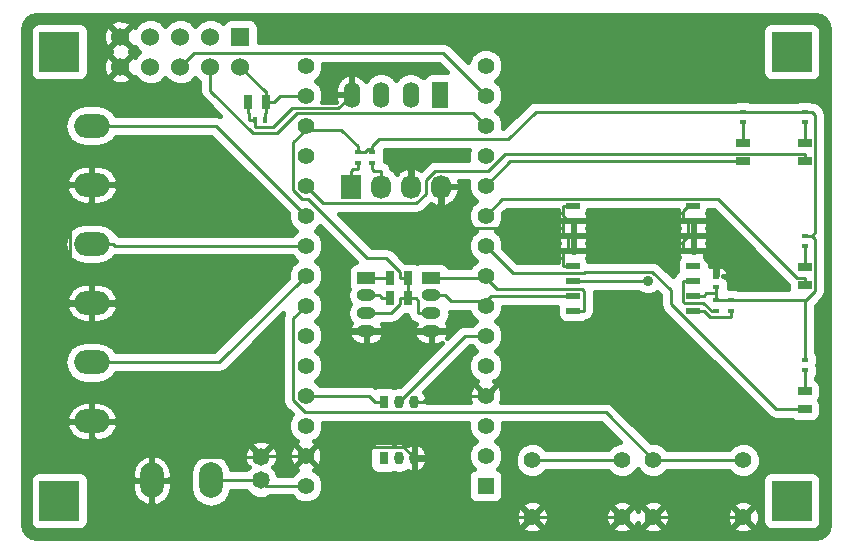
<source format=gtl>
%FSLAX34Y34*%
G04 Gerber Fmt 3.4, Leading zero omitted, Abs format*
G04 (created by PCBNEW (2014-03-19 BZR 4756)-product) date Sun 27 Jul 2014 23:33:24 BST*
%MOIN*%
G01*
G70*
G90*
G04 APERTURE LIST*
%ADD10C,0.005906*%
%ADD11O,0.078700X0.118700*%
%ADD12R,0.025000X0.045000*%
%ADD13R,0.015700X0.023600*%
%ADD14C,0.058300*%
%ADD15R,0.045000X0.025000*%
%ADD16O,0.031496X0.043307*%
%ADD17R,0.031496X0.043307*%
%ADD18O,0.062992X0.039370*%
%ADD19R,0.062992X0.039370*%
%ADD20O,0.055118X0.086614*%
%ADD21R,0.055118X0.086614*%
%ADD22O,0.118700X0.078700*%
%ADD23R,0.068000X0.080000*%
%ADD24O,0.068000X0.080000*%
%ADD25R,0.023600X0.015700*%
%ADD26R,0.060000X0.060000*%
%ADD27C,0.060000*%
%ADD28C,0.055000*%
%ADD29R,0.055000X0.055000*%
%ADD30R,0.133900X0.133900*%
%ADD31R,0.045000X0.020000*%
%ADD32C,0.035000*%
%ADD33C,0.010000*%
%ADD34C,0.015748*%
G04 APERTURE END LIST*
G54D10*
G54D11*
X74214Y-47228D03*
X72246Y-47228D03*
G54D12*
X76059Y-34620D03*
X75459Y-34620D03*
G54D13*
X76035Y-35210D03*
X75681Y-35210D03*
G54D14*
X75887Y-47228D03*
X75887Y-46440D03*
G54D15*
X94007Y-36593D03*
X94007Y-35993D03*
X91940Y-36593D03*
X91940Y-35993D03*
X94007Y-40727D03*
X94007Y-40127D03*
X94007Y-44861D03*
X94007Y-44261D03*
G54D16*
X80484Y-44610D03*
X80996Y-44610D03*
G54D17*
X79972Y-44610D03*
G54D16*
X80484Y-46480D03*
X80996Y-46480D03*
G54D17*
X79972Y-46480D03*
G54D18*
X81566Y-41067D03*
X81566Y-41657D03*
G54D19*
X81566Y-40476D03*
G54D18*
X81566Y-42248D03*
X79401Y-41067D03*
X79401Y-41657D03*
G54D19*
X79401Y-40476D03*
G54D18*
X79401Y-42248D03*
G54D20*
X80877Y-34374D03*
X79893Y-34374D03*
G54D21*
X81861Y-34374D03*
G54D20*
X78909Y-34374D03*
G54D22*
X70248Y-43293D03*
X70248Y-45261D03*
X70248Y-35407D03*
X70248Y-37375D03*
X70248Y-39344D03*
X70248Y-41312D03*
G54D23*
X78885Y-37444D03*
G54D24*
X79885Y-37444D03*
X80885Y-37444D03*
X81885Y-37444D03*
G54D25*
X94007Y-35289D03*
X94007Y-34935D03*
X91940Y-35289D03*
X91940Y-34935D03*
G54D12*
X80784Y-41165D03*
X80184Y-41165D03*
X80784Y-40476D03*
X80184Y-40476D03*
G54D25*
X94007Y-39423D03*
X94007Y-39069D03*
X94007Y-43556D03*
X94007Y-43202D03*
X79598Y-36283D03*
X79598Y-36637D03*
X79106Y-36283D03*
X79106Y-36637D03*
G54D26*
X75200Y-32446D03*
G54D27*
X75200Y-33446D03*
X74200Y-32446D03*
X74200Y-33446D03*
X73200Y-32446D03*
X73200Y-33446D03*
X72200Y-32446D03*
X72200Y-33446D03*
X71200Y-32446D03*
X71200Y-33446D03*
G54D28*
X77374Y-33401D03*
X83374Y-34401D03*
X83374Y-35401D03*
X83374Y-36401D03*
X83374Y-37401D03*
X83374Y-38401D03*
X83374Y-39401D03*
X83374Y-40401D03*
X83374Y-41401D03*
X83374Y-42401D03*
X83374Y-43401D03*
X83374Y-44401D03*
X83374Y-45401D03*
X83374Y-46401D03*
G54D29*
X83374Y-47401D03*
G54D28*
X77374Y-47401D03*
X77374Y-46401D03*
X77374Y-45401D03*
X77374Y-44401D03*
X77374Y-43401D03*
X77374Y-42401D03*
X77374Y-41401D03*
X77374Y-40401D03*
X77374Y-39401D03*
X77374Y-38401D03*
X77374Y-37401D03*
X77374Y-36401D03*
X77374Y-35401D03*
X77374Y-34401D03*
X83374Y-33401D03*
X88966Y-48446D03*
X88966Y-46557D03*
X91958Y-48446D03*
X91958Y-46557D03*
X84931Y-48446D03*
X84931Y-46557D03*
X87923Y-48446D03*
X87923Y-46557D03*
G54D30*
X69165Y-32946D03*
X93574Y-32946D03*
X93574Y-47907D03*
X69165Y-47907D03*
G54D25*
X91053Y-40789D03*
X91053Y-40435D03*
X91053Y-41222D03*
X91053Y-41576D03*
X91545Y-41222D03*
X91545Y-41576D03*
G54D31*
X90297Y-41574D03*
X90297Y-41074D03*
X90297Y-40574D03*
X90297Y-40074D03*
X90297Y-39574D03*
X90297Y-39074D03*
X90297Y-38574D03*
X90297Y-38074D03*
X86297Y-38074D03*
X86297Y-38574D03*
X86297Y-39074D03*
X86297Y-39574D03*
X86297Y-40074D03*
X86297Y-40574D03*
X86297Y-41074D03*
X86297Y-41574D03*
G54D32*
X88789Y-40574D03*
G54D33*
X76035Y-34998D02*
X76059Y-34973D01*
X76035Y-35210D02*
X76035Y-34998D01*
X76059Y-34620D02*
X76059Y-34973D01*
X76532Y-34401D02*
X76313Y-34620D01*
X77374Y-34401D02*
X76532Y-34401D01*
X76059Y-34620D02*
X76313Y-34620D01*
X76020Y-34266D02*
X76059Y-34266D01*
X75200Y-33446D02*
X76020Y-34266D01*
X76059Y-34620D02*
X76059Y-34266D01*
X90651Y-39825D02*
X91053Y-40227D01*
X90651Y-39574D02*
X90651Y-39825D01*
X90297Y-39574D02*
X90651Y-39574D01*
X91053Y-40435D02*
X91053Y-40227D01*
X81491Y-44401D02*
X81282Y-44610D01*
X83374Y-44401D02*
X81491Y-44401D01*
X80996Y-44610D02*
X81282Y-44610D01*
X79401Y-42248D02*
X81566Y-42248D01*
X72246Y-47228D02*
X72768Y-47228D01*
X73556Y-46440D02*
X72768Y-47228D01*
X75887Y-46440D02*
X73556Y-46440D01*
X75681Y-35210D02*
X75473Y-35210D01*
X75459Y-34620D02*
X75459Y-34973D01*
X75473Y-34987D02*
X75459Y-34973D01*
X75473Y-35210D02*
X75473Y-34987D01*
X87923Y-48446D02*
X84931Y-48446D01*
X90297Y-39074D02*
X90120Y-39074D01*
X89943Y-39251D02*
X89943Y-39574D01*
X90120Y-39074D02*
X89943Y-39251D01*
X90297Y-39574D02*
X89943Y-39574D01*
X90297Y-38074D02*
X90120Y-38074D01*
X89943Y-38251D02*
X89943Y-38574D01*
X90120Y-38074D02*
X89943Y-38251D01*
X90120Y-38574D02*
X90120Y-39074D01*
X90297Y-38574D02*
X90120Y-38574D01*
X90120Y-38574D02*
X89943Y-38574D01*
X86297Y-39074D02*
X86120Y-39074D01*
X86120Y-39074D02*
X86031Y-39074D01*
X85943Y-40074D02*
X85943Y-39574D01*
X86297Y-40074D02*
X85943Y-40074D01*
X86120Y-39574D02*
X86120Y-39074D01*
X86297Y-39574D02*
X86120Y-39574D01*
X86120Y-39574D02*
X85943Y-39574D01*
X86297Y-38574D02*
X89943Y-38574D01*
X76278Y-35457D02*
X75681Y-35457D01*
X76918Y-34817D02*
X76278Y-35457D01*
X78466Y-34817D02*
X76918Y-34817D01*
X78909Y-34374D02*
X78466Y-34817D01*
X75681Y-35210D02*
X75681Y-35457D01*
X81885Y-37444D02*
X81885Y-37973D01*
X88966Y-48446D02*
X91958Y-48446D01*
X75926Y-46401D02*
X77374Y-46401D01*
X75887Y-46440D02*
X75926Y-46401D01*
X80648Y-46132D02*
X80996Y-46480D01*
X77642Y-46132D02*
X80648Y-46132D01*
X77374Y-46401D02*
X77642Y-46132D01*
X83249Y-48446D02*
X84931Y-48446D01*
X81282Y-46480D02*
X83249Y-48446D01*
X80996Y-46480D02*
X81282Y-46480D01*
X82725Y-38813D02*
X81885Y-37973D01*
X85943Y-38813D02*
X82725Y-38813D01*
X85943Y-38986D02*
X85943Y-38813D01*
X86031Y-39074D02*
X85943Y-38986D01*
X85943Y-38813D02*
X85943Y-38574D01*
X86297Y-38574D02*
X86120Y-38574D01*
X86120Y-38574D02*
X85943Y-38574D01*
X85943Y-38397D02*
X85943Y-38074D01*
X86120Y-38574D02*
X85943Y-38397D01*
X86297Y-38074D02*
X85943Y-38074D01*
X69518Y-40060D02*
X70248Y-40790D01*
X69518Y-38628D02*
X69518Y-40060D01*
X70248Y-37898D02*
X69518Y-38628D01*
X70248Y-37375D02*
X70248Y-37898D01*
X70248Y-41312D02*
X70248Y-40790D01*
X70279Y-45783D02*
X71723Y-47228D01*
X70248Y-45783D02*
X70279Y-45783D01*
X70248Y-45261D02*
X70248Y-45783D01*
X72246Y-47228D02*
X71723Y-47228D01*
X80784Y-40476D02*
X80784Y-41165D01*
X94007Y-39069D02*
X94254Y-39069D01*
X94007Y-43202D02*
X94007Y-42995D01*
X80784Y-41165D02*
X80530Y-41165D01*
X81123Y-41250D02*
X81038Y-41165D01*
X81123Y-41657D02*
X81123Y-41250D01*
X81566Y-41657D02*
X81123Y-41657D01*
X80784Y-41165D02*
X81038Y-41165D01*
X91545Y-41222D02*
X91792Y-41222D01*
X94007Y-41222D02*
X91792Y-41222D01*
X94007Y-42995D02*
X94007Y-41222D01*
X94361Y-39176D02*
X94254Y-39069D01*
X94361Y-40908D02*
X94361Y-39176D01*
X94047Y-41222D02*
X94361Y-40908D01*
X94007Y-41222D02*
X94047Y-41222D01*
X94361Y-38962D02*
X94254Y-39069D01*
X94361Y-35042D02*
X94361Y-38962D01*
X94254Y-34935D02*
X94361Y-35042D01*
X94007Y-34935D02*
X94254Y-34935D01*
X90729Y-40996D02*
X91053Y-40996D01*
X90651Y-41074D02*
X90729Y-40996D01*
X91053Y-40789D02*
X91053Y-40996D01*
X90297Y-41074D02*
X90651Y-41074D01*
X91053Y-41222D02*
X91053Y-40996D01*
X91545Y-41222D02*
X91298Y-41222D01*
X91053Y-41222D02*
X91298Y-41222D01*
X94007Y-34935D02*
X91940Y-34935D01*
X80228Y-41657D02*
X79401Y-41657D01*
X80530Y-41355D02*
X80228Y-41657D01*
X80530Y-41165D02*
X80530Y-41355D01*
X79816Y-35857D02*
X79598Y-36076D01*
X84116Y-35857D02*
X79816Y-35857D01*
X85039Y-34935D02*
X84116Y-35857D01*
X91940Y-34935D02*
X85039Y-34935D01*
X80784Y-40476D02*
X80530Y-40476D01*
X79598Y-36283D02*
X79598Y-36185D01*
X79598Y-36185D02*
X79598Y-36076D01*
X79451Y-36185D02*
X79353Y-36283D01*
X79598Y-36185D02*
X79451Y-36185D01*
X79106Y-36283D02*
X79353Y-36283D01*
X79106Y-36283D02*
X79106Y-36076D01*
X77374Y-35401D02*
X77374Y-35540D01*
X76967Y-35947D02*
X77374Y-35540D01*
X76967Y-37565D02*
X76967Y-35947D01*
X77239Y-37838D02*
X76967Y-37565D01*
X77450Y-37838D02*
X77239Y-37838D01*
X79431Y-39819D02*
X77450Y-37838D01*
X80063Y-39819D02*
X79431Y-39819D01*
X80530Y-40285D02*
X80063Y-39819D01*
X80530Y-40476D02*
X80530Y-40285D01*
X78570Y-35540D02*
X79106Y-36076D01*
X77374Y-35540D02*
X78570Y-35540D01*
X79477Y-44401D02*
X79685Y-44610D01*
X77374Y-44401D02*
X79477Y-44401D01*
X79972Y-44610D02*
X79685Y-44610D01*
X74214Y-47228D02*
X74736Y-47228D01*
X74737Y-47228D02*
X74736Y-47228D01*
X75887Y-47228D02*
X74737Y-47228D01*
X76060Y-47401D02*
X75887Y-47228D01*
X77374Y-47401D02*
X76060Y-47401D01*
X84012Y-36339D02*
X94007Y-36339D01*
X83450Y-36901D02*
X84012Y-36339D01*
X81699Y-36901D02*
X83450Y-36901D01*
X81372Y-37228D02*
X81699Y-36901D01*
X81372Y-37682D02*
X81372Y-37228D01*
X81059Y-37995D02*
X81372Y-37682D01*
X77967Y-37995D02*
X81059Y-37995D01*
X77374Y-37401D02*
X77967Y-37995D01*
X94007Y-36593D02*
X94007Y-36339D01*
X94007Y-35993D02*
X94007Y-35289D01*
X84182Y-36593D02*
X91940Y-36593D01*
X83374Y-37401D02*
X84182Y-36593D01*
X91940Y-35993D02*
X91940Y-35289D01*
X93754Y-40473D02*
X94007Y-40473D01*
X91126Y-37845D02*
X93754Y-40473D01*
X83930Y-37845D02*
X91126Y-37845D01*
X83374Y-38401D02*
X83930Y-37845D01*
X94007Y-40727D02*
X94007Y-40473D01*
X94007Y-40127D02*
X94007Y-39423D01*
X93063Y-44861D02*
X94007Y-44861D01*
X89547Y-41345D02*
X93063Y-44861D01*
X89547Y-40888D02*
X89547Y-41345D01*
X88927Y-40268D02*
X89547Y-40888D01*
X86685Y-40268D02*
X88927Y-40268D01*
X86651Y-40303D02*
X86685Y-40268D01*
X84276Y-40303D02*
X86651Y-40303D01*
X83374Y-39401D02*
X84276Y-40303D01*
X94007Y-44261D02*
X94007Y-43556D01*
X82692Y-42401D02*
X80484Y-44610D01*
X83374Y-42401D02*
X82692Y-42401D01*
X79845Y-41080D02*
X79930Y-41165D01*
X79845Y-41067D02*
X79845Y-41080D01*
X80184Y-41165D02*
X79930Y-41165D01*
X79401Y-41067D02*
X79845Y-41067D01*
X81566Y-41067D02*
X82010Y-41067D01*
X83374Y-41262D02*
X83374Y-41401D01*
X83562Y-41074D02*
X83374Y-41262D01*
X86297Y-41074D02*
X83562Y-41074D01*
X82206Y-41262D02*
X82010Y-41067D01*
X83374Y-41262D02*
X82206Y-41262D01*
X79401Y-40476D02*
X79845Y-40476D01*
X81566Y-40476D02*
X82010Y-40476D01*
X83374Y-40476D02*
X82010Y-40476D01*
X83374Y-40476D02*
X83374Y-40401D01*
X79845Y-40476D02*
X79845Y-40476D01*
X80184Y-40476D02*
X79845Y-40476D01*
X83744Y-40845D02*
X83374Y-40476D01*
X86577Y-40845D02*
X83744Y-40845D01*
X86651Y-40919D02*
X86577Y-40845D01*
X86651Y-41574D02*
X86651Y-40919D01*
X86297Y-41574D02*
X86651Y-41574D01*
X74482Y-43293D02*
X70248Y-43293D01*
X77374Y-40401D02*
X74482Y-43293D01*
X74380Y-35407D02*
X70248Y-35407D01*
X77374Y-38401D02*
X74380Y-35407D01*
X71027Y-39401D02*
X70970Y-39344D01*
X77374Y-39401D02*
X71027Y-39401D01*
X70248Y-39344D02*
X70970Y-39344D01*
X78956Y-36845D02*
X79106Y-36845D01*
X78885Y-36916D02*
X78956Y-36845D01*
X78885Y-37444D02*
X78885Y-36916D01*
X79106Y-36637D02*
X79106Y-36845D01*
X79669Y-36916D02*
X79598Y-36845D01*
X79885Y-36916D02*
X79669Y-36916D01*
X79885Y-37444D02*
X79885Y-36916D01*
X79598Y-36637D02*
X79598Y-36845D01*
X91958Y-46557D02*
X88966Y-46557D01*
X76959Y-41815D02*
X77374Y-41401D01*
X76959Y-44566D02*
X76959Y-41815D01*
X77359Y-44966D02*
X76959Y-44566D01*
X87376Y-44966D02*
X77359Y-44966D01*
X88966Y-46557D02*
X87376Y-44966D01*
X87923Y-46557D02*
X84931Y-46557D01*
X82969Y-34996D02*
X83374Y-35401D01*
X77081Y-34996D02*
X82969Y-34996D01*
X76435Y-35642D02*
X77081Y-34996D01*
X75608Y-35642D02*
X76435Y-35642D01*
X74200Y-34235D02*
X75608Y-35642D01*
X74200Y-33446D02*
X74200Y-34235D01*
X73656Y-32991D02*
X73200Y-33446D01*
X81964Y-32991D02*
X73656Y-32991D01*
X83374Y-34401D02*
X81964Y-32991D01*
X86297Y-40574D02*
X88789Y-40574D01*
X90905Y-41576D02*
X91053Y-41576D01*
X90633Y-41303D02*
X90905Y-41576D01*
X89995Y-41303D02*
X90633Y-41303D01*
X89943Y-41251D02*
X89995Y-41303D01*
X89943Y-40574D02*
X89943Y-41251D01*
X90297Y-40574D02*
X89943Y-40574D01*
X90860Y-41783D02*
X91545Y-41783D01*
X90651Y-41574D02*
X90860Y-41783D01*
X90297Y-41574D02*
X90651Y-41574D01*
X91545Y-41576D02*
X91545Y-41783D01*
G54D10*
G36*
X75488Y-34641D02*
X75481Y-34641D01*
X75481Y-34649D01*
X75438Y-34649D01*
X75438Y-34641D01*
X75430Y-34641D01*
X75430Y-34598D01*
X75438Y-34598D01*
X75438Y-34590D01*
X75481Y-34590D01*
X75481Y-34598D01*
X75488Y-34598D01*
X75488Y-34641D01*
X75488Y-34641D01*
G37*
G54D34*
X75488Y-34641D02*
X75481Y-34641D01*
X75481Y-34649D01*
X75438Y-34649D01*
X75438Y-34641D01*
X75430Y-34641D01*
X75430Y-34598D01*
X75438Y-34598D01*
X75438Y-34590D01*
X75481Y-34590D01*
X75481Y-34598D01*
X75488Y-34598D01*
X75488Y-34641D01*
G54D10*
G36*
X82082Y-33625D02*
X82074Y-33625D01*
X81523Y-33625D01*
X81407Y-33673D01*
X81319Y-33762D01*
X81304Y-33797D01*
X81295Y-33784D01*
X81103Y-33656D01*
X80877Y-33611D01*
X80651Y-33656D01*
X80460Y-33784D01*
X80385Y-33895D01*
X80311Y-33784D01*
X80119Y-33656D01*
X79893Y-33611D01*
X79667Y-33656D01*
X79476Y-33784D01*
X79376Y-33933D01*
X79286Y-33809D01*
X79102Y-33696D01*
X79017Y-33672D01*
X78931Y-33732D01*
X78931Y-34352D01*
X78938Y-34352D01*
X78938Y-34395D01*
X78931Y-34395D01*
X78931Y-34403D01*
X78888Y-34403D01*
X78888Y-34395D01*
X78888Y-34352D01*
X78888Y-33732D01*
X78802Y-33672D01*
X78717Y-33696D01*
X78532Y-33809D01*
X78405Y-33984D01*
X78355Y-34195D01*
X78355Y-34352D01*
X78888Y-34352D01*
X78888Y-34395D01*
X78355Y-34395D01*
X78355Y-34552D01*
X78374Y-34631D01*
X77917Y-34631D01*
X77963Y-34519D01*
X77964Y-34284D01*
X77874Y-34067D01*
X77708Y-33901D01*
X77708Y-33901D01*
X77873Y-33736D01*
X77963Y-33519D01*
X77964Y-33356D01*
X81813Y-33356D01*
X82082Y-33625D01*
X82082Y-33625D01*
G37*
G54D34*
X82082Y-33625D02*
X82074Y-33625D01*
X81523Y-33625D01*
X81407Y-33673D01*
X81319Y-33762D01*
X81304Y-33797D01*
X81295Y-33784D01*
X81103Y-33656D01*
X80877Y-33611D01*
X80651Y-33656D01*
X80460Y-33784D01*
X80385Y-33895D01*
X80311Y-33784D01*
X80119Y-33656D01*
X79893Y-33611D01*
X79667Y-33656D01*
X79476Y-33784D01*
X79376Y-33933D01*
X79286Y-33809D01*
X79102Y-33696D01*
X79017Y-33672D01*
X78931Y-33732D01*
X78931Y-34352D01*
X78938Y-34352D01*
X78938Y-34395D01*
X78931Y-34395D01*
X78931Y-34403D01*
X78888Y-34403D01*
X78888Y-34395D01*
X78888Y-34352D01*
X78888Y-33732D01*
X78802Y-33672D01*
X78717Y-33696D01*
X78532Y-33809D01*
X78405Y-33984D01*
X78355Y-34195D01*
X78355Y-34352D01*
X78888Y-34352D01*
X78888Y-34395D01*
X78355Y-34395D01*
X78355Y-34552D01*
X78374Y-34631D01*
X77917Y-34631D01*
X77963Y-34519D01*
X77964Y-34284D01*
X77874Y-34067D01*
X77708Y-33901D01*
X77708Y-33901D01*
X77873Y-33736D01*
X77963Y-33519D01*
X77964Y-33356D01*
X81813Y-33356D01*
X82082Y-33625D01*
G54D10*
G36*
X82809Y-36222D02*
X82784Y-36283D01*
X82784Y-36518D01*
X82791Y-36536D01*
X81699Y-36536D01*
X81559Y-36564D01*
X81441Y-36643D01*
X81212Y-36872D01*
X81102Y-36805D01*
X81003Y-36777D01*
X80907Y-36836D01*
X80907Y-37423D01*
X80914Y-37423D01*
X80914Y-37466D01*
X80907Y-37466D01*
X80907Y-37474D01*
X80864Y-37474D01*
X80864Y-37466D01*
X80856Y-37466D01*
X80856Y-37423D01*
X80864Y-37423D01*
X80864Y-36836D01*
X80768Y-36777D01*
X80668Y-36805D01*
X80463Y-36932D01*
X80412Y-37002D01*
X80348Y-36907D01*
X80233Y-36830D01*
X80223Y-36776D01*
X80143Y-36657D01*
X80031Y-36582D01*
X80031Y-36496D01*
X80016Y-36460D01*
X80031Y-36424D01*
X80031Y-36299D01*
X80031Y-36222D01*
X82809Y-36222D01*
X82809Y-36222D01*
G37*
G54D34*
X82809Y-36222D02*
X82784Y-36283D01*
X82784Y-36518D01*
X82791Y-36536D01*
X81699Y-36536D01*
X81559Y-36564D01*
X81441Y-36643D01*
X81212Y-36872D01*
X81102Y-36805D01*
X81003Y-36777D01*
X80907Y-36836D01*
X80907Y-37423D01*
X80914Y-37423D01*
X80914Y-37466D01*
X80907Y-37466D01*
X80907Y-37474D01*
X80864Y-37474D01*
X80864Y-37466D01*
X80856Y-37466D01*
X80856Y-37423D01*
X80864Y-37423D01*
X80864Y-36836D01*
X80768Y-36777D01*
X80668Y-36805D01*
X80463Y-36932D01*
X80412Y-37002D01*
X80348Y-36907D01*
X80233Y-36830D01*
X80223Y-36776D01*
X80143Y-36657D01*
X80031Y-36582D01*
X80031Y-36496D01*
X80016Y-36460D01*
X80031Y-36424D01*
X80031Y-36299D01*
X80031Y-36222D01*
X82809Y-36222D01*
G54D10*
G36*
X83040Y-39901D02*
X82874Y-40066D01*
X82856Y-40111D01*
X82504Y-40111D01*
X82504Y-37526D01*
X82504Y-37466D01*
X81907Y-37466D01*
X81907Y-38053D01*
X82003Y-38112D01*
X82102Y-38084D01*
X82308Y-37957D01*
X82449Y-37761D01*
X82504Y-37526D01*
X82504Y-40111D01*
X82153Y-40111D01*
X82148Y-40100D01*
X82060Y-40012D01*
X81944Y-39964D01*
X81819Y-39964D01*
X81189Y-39964D01*
X81103Y-40000D01*
X81087Y-39984D01*
X80971Y-39936D01*
X80846Y-39936D01*
X80696Y-39936D01*
X80321Y-39561D01*
X80203Y-39481D01*
X80063Y-39454D01*
X79582Y-39454D01*
X78488Y-38360D01*
X81059Y-38360D01*
X81199Y-38332D01*
X81199Y-38332D01*
X81317Y-38253D01*
X81556Y-38014D01*
X81668Y-38084D01*
X81768Y-38112D01*
X81864Y-38053D01*
X81864Y-37466D01*
X81856Y-37466D01*
X81856Y-37423D01*
X81864Y-37423D01*
X81864Y-37415D01*
X81907Y-37415D01*
X81907Y-37423D01*
X82504Y-37423D01*
X82504Y-37363D01*
X82481Y-37266D01*
X82791Y-37266D01*
X82784Y-37283D01*
X82784Y-37518D01*
X82874Y-37735D01*
X83039Y-37901D01*
X83040Y-37901D01*
X82874Y-38066D01*
X82784Y-38283D01*
X82784Y-38518D01*
X82874Y-38735D01*
X83039Y-38901D01*
X83040Y-38901D01*
X82874Y-39066D01*
X82784Y-39283D01*
X82784Y-39518D01*
X82874Y-39735D01*
X83039Y-39901D01*
X83040Y-39901D01*
X83040Y-39901D01*
G37*
G54D34*
X83040Y-39901D02*
X82874Y-40066D01*
X82856Y-40111D01*
X82504Y-40111D01*
X82504Y-37526D01*
X82504Y-37466D01*
X81907Y-37466D01*
X81907Y-38053D01*
X82003Y-38112D01*
X82102Y-38084D01*
X82308Y-37957D01*
X82449Y-37761D01*
X82504Y-37526D01*
X82504Y-40111D01*
X82153Y-40111D01*
X82148Y-40100D01*
X82060Y-40012D01*
X81944Y-39964D01*
X81819Y-39964D01*
X81189Y-39964D01*
X81103Y-40000D01*
X81087Y-39984D01*
X80971Y-39936D01*
X80846Y-39936D01*
X80696Y-39936D01*
X80321Y-39561D01*
X80203Y-39481D01*
X80063Y-39454D01*
X79582Y-39454D01*
X78488Y-38360D01*
X81059Y-38360D01*
X81199Y-38332D01*
X81199Y-38332D01*
X81317Y-38253D01*
X81556Y-38014D01*
X81668Y-38084D01*
X81768Y-38112D01*
X81864Y-38053D01*
X81864Y-37466D01*
X81856Y-37466D01*
X81856Y-37423D01*
X81864Y-37423D01*
X81864Y-37415D01*
X81907Y-37415D01*
X81907Y-37423D01*
X82504Y-37423D01*
X82504Y-37363D01*
X82481Y-37266D01*
X82791Y-37266D01*
X82784Y-37283D01*
X82784Y-37518D01*
X82874Y-37735D01*
X83039Y-37901D01*
X83040Y-37901D01*
X82874Y-38066D01*
X82784Y-38283D01*
X82784Y-38518D01*
X82874Y-38735D01*
X83039Y-38901D01*
X83040Y-38901D01*
X82874Y-39066D01*
X82784Y-39283D01*
X82784Y-39518D01*
X82874Y-39735D01*
X83039Y-39901D01*
X83040Y-39901D01*
G54D10*
G36*
X83040Y-41901D02*
X82905Y-42036D01*
X82692Y-42036D01*
X82553Y-42064D01*
X82434Y-42143D01*
X82078Y-42499D01*
X82132Y-42410D01*
X82150Y-42343D01*
X82090Y-42269D01*
X81588Y-42269D01*
X81588Y-42723D01*
X81706Y-42723D01*
X81886Y-42679D01*
X81932Y-42645D01*
X81545Y-43032D01*
X81545Y-42723D01*
X81545Y-42269D01*
X81043Y-42269D01*
X80982Y-42343D01*
X81001Y-42410D01*
X81097Y-42569D01*
X81247Y-42679D01*
X81427Y-42723D01*
X81545Y-42723D01*
X81545Y-43032D01*
X80505Y-44072D01*
X80484Y-44068D01*
X80303Y-44104D01*
X80284Y-44116D01*
X80192Y-44078D01*
X80067Y-44078D01*
X79985Y-44078D01*
X79985Y-42343D01*
X79925Y-42269D01*
X79422Y-42269D01*
X79422Y-42723D01*
X79540Y-42723D01*
X79721Y-42679D01*
X79871Y-42569D01*
X79967Y-42410D01*
X79985Y-42343D01*
X79985Y-44078D01*
X79752Y-44078D01*
X79681Y-44107D01*
X79616Y-44064D01*
X79477Y-44036D01*
X79380Y-44036D01*
X79380Y-42723D01*
X79380Y-42269D01*
X78878Y-42269D01*
X78817Y-42343D01*
X78835Y-42410D01*
X78932Y-42569D01*
X79081Y-42679D01*
X79262Y-42723D01*
X79380Y-42723D01*
X79380Y-44036D01*
X77843Y-44036D01*
X77708Y-43901D01*
X77708Y-43901D01*
X77873Y-43736D01*
X77963Y-43519D01*
X77964Y-43284D01*
X77874Y-43067D01*
X77708Y-42901D01*
X77708Y-42901D01*
X77873Y-42736D01*
X77963Y-42519D01*
X77964Y-42284D01*
X77874Y-42067D01*
X77708Y-41901D01*
X77708Y-41901D01*
X77873Y-41736D01*
X77963Y-41519D01*
X77964Y-41284D01*
X77874Y-41067D01*
X77708Y-40901D01*
X77708Y-40901D01*
X77873Y-40736D01*
X77963Y-40519D01*
X77964Y-40284D01*
X77874Y-40067D01*
X77708Y-39901D01*
X77708Y-39901D01*
X77873Y-39736D01*
X77963Y-39519D01*
X77964Y-39284D01*
X77874Y-39067D01*
X77708Y-38901D01*
X77708Y-38901D01*
X77852Y-38757D01*
X79060Y-39964D01*
X79023Y-39964D01*
X78908Y-40012D01*
X78819Y-40100D01*
X78771Y-40216D01*
X78771Y-40342D01*
X78771Y-40735D01*
X78816Y-40844D01*
X78798Y-40871D01*
X78759Y-41067D01*
X78798Y-41263D01*
X78864Y-41362D01*
X78798Y-41461D01*
X78759Y-41657D01*
X78798Y-41853D01*
X78891Y-41993D01*
X78835Y-42085D01*
X78817Y-42152D01*
X78878Y-42226D01*
X79380Y-42226D01*
X79380Y-42219D01*
X79422Y-42219D01*
X79422Y-42226D01*
X79925Y-42226D01*
X79985Y-42152D01*
X79967Y-42085D01*
X79928Y-42022D01*
X80228Y-42022D01*
X80368Y-41994D01*
X80368Y-41994D01*
X80487Y-41915D01*
X80696Y-41705D01*
X80721Y-41705D01*
X80767Y-41705D01*
X80785Y-41796D01*
X80865Y-41915D01*
X80983Y-41994D01*
X81048Y-42007D01*
X81001Y-42085D01*
X80982Y-42152D01*
X81043Y-42226D01*
X81545Y-42226D01*
X81545Y-42219D01*
X81588Y-42219D01*
X81588Y-42226D01*
X82090Y-42226D01*
X82150Y-42152D01*
X82132Y-42085D01*
X82076Y-41993D01*
X82170Y-41853D01*
X82209Y-41657D01*
X82203Y-41627D01*
X82206Y-41627D01*
X82829Y-41627D01*
X82874Y-41735D01*
X83039Y-41901D01*
X83040Y-41901D01*
X83040Y-41901D01*
G37*
G54D34*
X83040Y-41901D02*
X82905Y-42036D01*
X82692Y-42036D01*
X82553Y-42064D01*
X82434Y-42143D01*
X82078Y-42499D01*
X82132Y-42410D01*
X82150Y-42343D01*
X82090Y-42269D01*
X81588Y-42269D01*
X81588Y-42723D01*
X81706Y-42723D01*
X81886Y-42679D01*
X81932Y-42645D01*
X81545Y-43032D01*
X81545Y-42723D01*
X81545Y-42269D01*
X81043Y-42269D01*
X80982Y-42343D01*
X81001Y-42410D01*
X81097Y-42569D01*
X81247Y-42679D01*
X81427Y-42723D01*
X81545Y-42723D01*
X81545Y-43032D01*
X80505Y-44072D01*
X80484Y-44068D01*
X80303Y-44104D01*
X80284Y-44116D01*
X80192Y-44078D01*
X80067Y-44078D01*
X79985Y-44078D01*
X79985Y-42343D01*
X79925Y-42269D01*
X79422Y-42269D01*
X79422Y-42723D01*
X79540Y-42723D01*
X79721Y-42679D01*
X79871Y-42569D01*
X79967Y-42410D01*
X79985Y-42343D01*
X79985Y-44078D01*
X79752Y-44078D01*
X79681Y-44107D01*
X79616Y-44064D01*
X79477Y-44036D01*
X79380Y-44036D01*
X79380Y-42723D01*
X79380Y-42269D01*
X78878Y-42269D01*
X78817Y-42343D01*
X78835Y-42410D01*
X78932Y-42569D01*
X79081Y-42679D01*
X79262Y-42723D01*
X79380Y-42723D01*
X79380Y-44036D01*
X77843Y-44036D01*
X77708Y-43901D01*
X77708Y-43901D01*
X77873Y-43736D01*
X77963Y-43519D01*
X77964Y-43284D01*
X77874Y-43067D01*
X77708Y-42901D01*
X77708Y-42901D01*
X77873Y-42736D01*
X77963Y-42519D01*
X77964Y-42284D01*
X77874Y-42067D01*
X77708Y-41901D01*
X77708Y-41901D01*
X77873Y-41736D01*
X77963Y-41519D01*
X77964Y-41284D01*
X77874Y-41067D01*
X77708Y-40901D01*
X77708Y-40901D01*
X77873Y-40736D01*
X77963Y-40519D01*
X77964Y-40284D01*
X77874Y-40067D01*
X77708Y-39901D01*
X77708Y-39901D01*
X77873Y-39736D01*
X77963Y-39519D01*
X77964Y-39284D01*
X77874Y-39067D01*
X77708Y-38901D01*
X77708Y-38901D01*
X77852Y-38757D01*
X79060Y-39964D01*
X79023Y-39964D01*
X78908Y-40012D01*
X78819Y-40100D01*
X78771Y-40216D01*
X78771Y-40342D01*
X78771Y-40735D01*
X78816Y-40844D01*
X78798Y-40871D01*
X78759Y-41067D01*
X78798Y-41263D01*
X78864Y-41362D01*
X78798Y-41461D01*
X78759Y-41657D01*
X78798Y-41853D01*
X78891Y-41993D01*
X78835Y-42085D01*
X78817Y-42152D01*
X78878Y-42226D01*
X79380Y-42226D01*
X79380Y-42219D01*
X79422Y-42219D01*
X79422Y-42226D01*
X79925Y-42226D01*
X79985Y-42152D01*
X79967Y-42085D01*
X79928Y-42022D01*
X80228Y-42022D01*
X80368Y-41994D01*
X80368Y-41994D01*
X80487Y-41915D01*
X80696Y-41705D01*
X80721Y-41705D01*
X80767Y-41705D01*
X80785Y-41796D01*
X80865Y-41915D01*
X80983Y-41994D01*
X81048Y-42007D01*
X81001Y-42085D01*
X80982Y-42152D01*
X81043Y-42226D01*
X81545Y-42226D01*
X81545Y-42219D01*
X81588Y-42219D01*
X81588Y-42226D01*
X82090Y-42226D01*
X82150Y-42152D01*
X82132Y-42085D01*
X82076Y-41993D01*
X82170Y-41853D01*
X82209Y-41657D01*
X82203Y-41627D01*
X82206Y-41627D01*
X82829Y-41627D01*
X82874Y-41735D01*
X83039Y-41901D01*
X83040Y-41901D01*
G54D10*
G36*
X93467Y-40857D02*
X91794Y-40857D01*
X91725Y-40829D01*
X91600Y-40829D01*
X91486Y-40829D01*
X91486Y-40805D01*
X91486Y-40648D01*
X91449Y-40560D01*
X91449Y-40526D01*
X91380Y-40456D01*
X91362Y-40456D01*
X91349Y-40443D01*
X91277Y-40413D01*
X91380Y-40413D01*
X91449Y-40344D01*
X91449Y-40301D01*
X91407Y-40198D01*
X91329Y-40120D01*
X91226Y-40077D01*
X91144Y-40077D01*
X91074Y-40147D01*
X91074Y-40395D01*
X91031Y-40395D01*
X91031Y-40147D01*
X90962Y-40077D01*
X90879Y-40077D01*
X90837Y-40095D01*
X90837Y-39912D01*
X90789Y-39796D01*
X90778Y-39785D01*
X90800Y-39730D01*
X90800Y-39665D01*
X90800Y-39483D01*
X90800Y-39419D01*
X90761Y-39324D01*
X90800Y-39230D01*
X90800Y-39165D01*
X90800Y-38983D01*
X90800Y-38919D01*
X90761Y-38824D01*
X90800Y-38730D01*
X90800Y-38665D01*
X90731Y-38596D01*
X90318Y-38596D01*
X90318Y-38765D01*
X90318Y-38883D01*
X90318Y-39053D01*
X90731Y-39053D01*
X90800Y-38983D01*
X90800Y-39165D01*
X90731Y-39096D01*
X90318Y-39096D01*
X90318Y-39265D01*
X90318Y-39383D01*
X90318Y-39553D01*
X90731Y-39553D01*
X90800Y-39483D01*
X90800Y-39665D01*
X90731Y-39596D01*
X90318Y-39596D01*
X90318Y-39603D01*
X90275Y-39603D01*
X90275Y-39596D01*
X90275Y-39553D01*
X90275Y-39383D01*
X90275Y-39265D01*
X90275Y-39096D01*
X90275Y-39053D01*
X90275Y-38883D01*
X90275Y-38765D01*
X90275Y-38596D01*
X89863Y-38596D01*
X89793Y-38665D01*
X89793Y-38730D01*
X89832Y-38824D01*
X89793Y-38919D01*
X89793Y-38983D01*
X89863Y-39053D01*
X90275Y-39053D01*
X90275Y-39096D01*
X89863Y-39096D01*
X89793Y-39165D01*
X89793Y-39230D01*
X89832Y-39324D01*
X89793Y-39419D01*
X89793Y-39483D01*
X89863Y-39553D01*
X90275Y-39553D01*
X90275Y-39596D01*
X89863Y-39596D01*
X89793Y-39665D01*
X89793Y-39730D01*
X89816Y-39785D01*
X89805Y-39796D01*
X89757Y-39912D01*
X89757Y-40037D01*
X89757Y-40237D01*
X89767Y-40261D01*
X89685Y-40316D01*
X89607Y-40432D01*
X89185Y-40010D01*
X89067Y-39931D01*
X88927Y-39903D01*
X86794Y-39903D01*
X86761Y-39824D01*
X86800Y-39730D01*
X86800Y-39665D01*
X86800Y-39483D01*
X86800Y-39419D01*
X86761Y-39324D01*
X86800Y-39230D01*
X86800Y-39165D01*
X86800Y-38983D01*
X86800Y-38919D01*
X86761Y-38824D01*
X86800Y-38730D01*
X86800Y-38665D01*
X86731Y-38596D01*
X86318Y-38596D01*
X86318Y-38765D01*
X86318Y-38883D01*
X86318Y-39053D01*
X86731Y-39053D01*
X86800Y-38983D01*
X86800Y-39165D01*
X86731Y-39096D01*
X86318Y-39096D01*
X86318Y-39265D01*
X86318Y-39383D01*
X86318Y-39553D01*
X86731Y-39553D01*
X86800Y-39483D01*
X86800Y-39665D01*
X86731Y-39596D01*
X86318Y-39596D01*
X86318Y-39603D01*
X86275Y-39603D01*
X86275Y-39596D01*
X86275Y-39553D01*
X86275Y-39383D01*
X86275Y-39265D01*
X86275Y-39096D01*
X86275Y-39053D01*
X86275Y-38883D01*
X86275Y-38765D01*
X86275Y-38596D01*
X85863Y-38596D01*
X85793Y-38665D01*
X85793Y-38730D01*
X85832Y-38824D01*
X85793Y-38919D01*
X85793Y-38983D01*
X85863Y-39053D01*
X86275Y-39053D01*
X86275Y-39096D01*
X85863Y-39096D01*
X85793Y-39165D01*
X85793Y-39230D01*
X85832Y-39324D01*
X85793Y-39419D01*
X85793Y-39483D01*
X85863Y-39553D01*
X86275Y-39553D01*
X86275Y-39596D01*
X85863Y-39596D01*
X85793Y-39665D01*
X85793Y-39730D01*
X85832Y-39824D01*
X85793Y-39919D01*
X85793Y-39938D01*
X84427Y-39938D01*
X83964Y-39475D01*
X83964Y-39284D01*
X83874Y-39067D01*
X83709Y-38901D01*
X83708Y-38901D01*
X83874Y-38736D01*
X83964Y-38519D01*
X83964Y-38327D01*
X84081Y-38210D01*
X85793Y-38210D01*
X85793Y-38230D01*
X85832Y-38324D01*
X85793Y-38419D01*
X85793Y-38483D01*
X85863Y-38553D01*
X86275Y-38553D01*
X86275Y-38545D01*
X86318Y-38545D01*
X86318Y-38553D01*
X86731Y-38553D01*
X86800Y-38483D01*
X86800Y-38419D01*
X86761Y-38324D01*
X86800Y-38230D01*
X86800Y-38210D01*
X89793Y-38210D01*
X89793Y-38230D01*
X89832Y-38324D01*
X89793Y-38419D01*
X89793Y-38483D01*
X89863Y-38553D01*
X90275Y-38553D01*
X90275Y-38545D01*
X90318Y-38545D01*
X90318Y-38553D01*
X90731Y-38553D01*
X90800Y-38483D01*
X90800Y-38419D01*
X90761Y-38324D01*
X90800Y-38230D01*
X90800Y-38210D01*
X90975Y-38210D01*
X93467Y-40703D01*
X93467Y-40857D01*
X93467Y-40857D01*
G37*
G54D34*
X93467Y-40857D02*
X91794Y-40857D01*
X91725Y-40829D01*
X91600Y-40829D01*
X91486Y-40829D01*
X91486Y-40805D01*
X91486Y-40648D01*
X91449Y-40560D01*
X91449Y-40526D01*
X91380Y-40456D01*
X91362Y-40456D01*
X91349Y-40443D01*
X91277Y-40413D01*
X91380Y-40413D01*
X91449Y-40344D01*
X91449Y-40301D01*
X91407Y-40198D01*
X91329Y-40120D01*
X91226Y-40077D01*
X91144Y-40077D01*
X91074Y-40147D01*
X91074Y-40395D01*
X91031Y-40395D01*
X91031Y-40147D01*
X90962Y-40077D01*
X90879Y-40077D01*
X90837Y-40095D01*
X90837Y-39912D01*
X90789Y-39796D01*
X90778Y-39785D01*
X90800Y-39730D01*
X90800Y-39665D01*
X90800Y-39483D01*
X90800Y-39419D01*
X90761Y-39324D01*
X90800Y-39230D01*
X90800Y-39165D01*
X90800Y-38983D01*
X90800Y-38919D01*
X90761Y-38824D01*
X90800Y-38730D01*
X90800Y-38665D01*
X90731Y-38596D01*
X90318Y-38596D01*
X90318Y-38765D01*
X90318Y-38883D01*
X90318Y-39053D01*
X90731Y-39053D01*
X90800Y-38983D01*
X90800Y-39165D01*
X90731Y-39096D01*
X90318Y-39096D01*
X90318Y-39265D01*
X90318Y-39383D01*
X90318Y-39553D01*
X90731Y-39553D01*
X90800Y-39483D01*
X90800Y-39665D01*
X90731Y-39596D01*
X90318Y-39596D01*
X90318Y-39603D01*
X90275Y-39603D01*
X90275Y-39596D01*
X90275Y-39553D01*
X90275Y-39383D01*
X90275Y-39265D01*
X90275Y-39096D01*
X90275Y-39053D01*
X90275Y-38883D01*
X90275Y-38765D01*
X90275Y-38596D01*
X89863Y-38596D01*
X89793Y-38665D01*
X89793Y-38730D01*
X89832Y-38824D01*
X89793Y-38919D01*
X89793Y-38983D01*
X89863Y-39053D01*
X90275Y-39053D01*
X90275Y-39096D01*
X89863Y-39096D01*
X89793Y-39165D01*
X89793Y-39230D01*
X89832Y-39324D01*
X89793Y-39419D01*
X89793Y-39483D01*
X89863Y-39553D01*
X90275Y-39553D01*
X90275Y-39596D01*
X89863Y-39596D01*
X89793Y-39665D01*
X89793Y-39730D01*
X89816Y-39785D01*
X89805Y-39796D01*
X89757Y-39912D01*
X89757Y-40037D01*
X89757Y-40237D01*
X89767Y-40261D01*
X89685Y-40316D01*
X89607Y-40432D01*
X89185Y-40010D01*
X89067Y-39931D01*
X88927Y-39903D01*
X86794Y-39903D01*
X86761Y-39824D01*
X86800Y-39730D01*
X86800Y-39665D01*
X86800Y-39483D01*
X86800Y-39419D01*
X86761Y-39324D01*
X86800Y-39230D01*
X86800Y-39165D01*
X86800Y-38983D01*
X86800Y-38919D01*
X86761Y-38824D01*
X86800Y-38730D01*
X86800Y-38665D01*
X86731Y-38596D01*
X86318Y-38596D01*
X86318Y-38765D01*
X86318Y-38883D01*
X86318Y-39053D01*
X86731Y-39053D01*
X86800Y-38983D01*
X86800Y-39165D01*
X86731Y-39096D01*
X86318Y-39096D01*
X86318Y-39265D01*
X86318Y-39383D01*
X86318Y-39553D01*
X86731Y-39553D01*
X86800Y-39483D01*
X86800Y-39665D01*
X86731Y-39596D01*
X86318Y-39596D01*
X86318Y-39603D01*
X86275Y-39603D01*
X86275Y-39596D01*
X86275Y-39553D01*
X86275Y-39383D01*
X86275Y-39265D01*
X86275Y-39096D01*
X86275Y-39053D01*
X86275Y-38883D01*
X86275Y-38765D01*
X86275Y-38596D01*
X85863Y-38596D01*
X85793Y-38665D01*
X85793Y-38730D01*
X85832Y-38824D01*
X85793Y-38919D01*
X85793Y-38983D01*
X85863Y-39053D01*
X86275Y-39053D01*
X86275Y-39096D01*
X85863Y-39096D01*
X85793Y-39165D01*
X85793Y-39230D01*
X85832Y-39324D01*
X85793Y-39419D01*
X85793Y-39483D01*
X85863Y-39553D01*
X86275Y-39553D01*
X86275Y-39596D01*
X85863Y-39596D01*
X85793Y-39665D01*
X85793Y-39730D01*
X85832Y-39824D01*
X85793Y-39919D01*
X85793Y-39938D01*
X84427Y-39938D01*
X83964Y-39475D01*
X83964Y-39284D01*
X83874Y-39067D01*
X83709Y-38901D01*
X83708Y-38901D01*
X83874Y-38736D01*
X83964Y-38519D01*
X83964Y-38327D01*
X84081Y-38210D01*
X85793Y-38210D01*
X85793Y-38230D01*
X85832Y-38324D01*
X85793Y-38419D01*
X85793Y-38483D01*
X85863Y-38553D01*
X86275Y-38553D01*
X86275Y-38545D01*
X86318Y-38545D01*
X86318Y-38553D01*
X86731Y-38553D01*
X86800Y-38483D01*
X86800Y-38419D01*
X86761Y-38324D01*
X86800Y-38230D01*
X86800Y-38210D01*
X89793Y-38210D01*
X89793Y-38230D01*
X89832Y-38324D01*
X89793Y-38419D01*
X89793Y-38483D01*
X89863Y-38553D01*
X90275Y-38553D01*
X90275Y-38545D01*
X90318Y-38545D01*
X90318Y-38553D01*
X90731Y-38553D01*
X90800Y-38483D01*
X90800Y-38419D01*
X90761Y-38324D01*
X90800Y-38230D01*
X90800Y-38210D01*
X90975Y-38210D01*
X93467Y-40703D01*
X93467Y-40857D01*
G54D10*
G36*
X94832Y-48679D02*
X94792Y-48883D01*
X94726Y-48981D01*
X94726Y-40908D01*
X94726Y-39176D01*
X94705Y-39069D01*
X94726Y-38962D01*
X94726Y-35042D01*
X94698Y-34902D01*
X94698Y-34902D01*
X94619Y-34784D01*
X94559Y-34723D01*
X94559Y-33679D01*
X94559Y-33553D01*
X94559Y-32214D01*
X94511Y-32098D01*
X94422Y-32010D01*
X94306Y-31962D01*
X94181Y-31962D01*
X92842Y-31962D01*
X92726Y-32010D01*
X92638Y-32098D01*
X92590Y-32214D01*
X92590Y-32340D01*
X92590Y-33679D01*
X92638Y-33794D01*
X92726Y-33883D01*
X92842Y-33931D01*
X92967Y-33931D01*
X94306Y-33931D01*
X94422Y-33883D01*
X94511Y-33794D01*
X94559Y-33679D01*
X94559Y-34723D01*
X94512Y-34677D01*
X94394Y-34598D01*
X94259Y-34571D01*
X94188Y-34541D01*
X94063Y-34541D01*
X93827Y-34541D01*
X93758Y-34570D01*
X92190Y-34570D01*
X92121Y-34541D01*
X91996Y-34541D01*
X91760Y-34541D01*
X91691Y-34570D01*
X85039Y-34570D01*
X84899Y-34598D01*
X84781Y-34677D01*
X83965Y-35492D01*
X83964Y-35492D01*
X83964Y-35284D01*
X83874Y-35067D01*
X83709Y-34901D01*
X83708Y-34901D01*
X83874Y-34736D01*
X83964Y-34519D01*
X83964Y-34284D01*
X83874Y-34067D01*
X83709Y-33901D01*
X83708Y-33901D01*
X83874Y-33736D01*
X83964Y-33519D01*
X83964Y-33284D01*
X83874Y-33067D01*
X83709Y-32901D01*
X83492Y-32811D01*
X83257Y-32811D01*
X83040Y-32901D01*
X82874Y-33066D01*
X82784Y-33283D01*
X82784Y-33295D01*
X82222Y-32733D01*
X82104Y-32654D01*
X81964Y-32626D01*
X75815Y-32626D01*
X75815Y-32084D01*
X75767Y-31968D01*
X75679Y-31879D01*
X75563Y-31831D01*
X75438Y-31831D01*
X74838Y-31831D01*
X74722Y-31879D01*
X74633Y-31968D01*
X74621Y-31997D01*
X74549Y-31925D01*
X74323Y-31831D01*
X74079Y-31831D01*
X73852Y-31925D01*
X73700Y-32077D01*
X73549Y-31925D01*
X73323Y-31831D01*
X73079Y-31831D01*
X72852Y-31925D01*
X72700Y-32077D01*
X72549Y-31925D01*
X72323Y-31831D01*
X72079Y-31831D01*
X71852Y-31925D01*
X71679Y-32098D01*
X71673Y-32113D01*
X71583Y-32094D01*
X71553Y-32124D01*
X71553Y-32064D01*
X71530Y-31957D01*
X71317Y-31868D01*
X71087Y-31867D01*
X70874Y-31955D01*
X70871Y-31957D01*
X70848Y-32064D01*
X71200Y-32416D01*
X71553Y-32064D01*
X71553Y-32124D01*
X71230Y-32446D01*
X71583Y-32799D01*
X71673Y-32780D01*
X71679Y-32794D01*
X71831Y-32946D01*
X71679Y-33098D01*
X71673Y-33113D01*
X71583Y-33094D01*
X71553Y-33124D01*
X71553Y-33064D01*
X71530Y-32957D01*
X71506Y-32947D01*
X71527Y-32938D01*
X71530Y-32936D01*
X71553Y-32829D01*
X71200Y-32476D01*
X71170Y-32506D01*
X71170Y-32446D01*
X70818Y-32094D01*
X70711Y-32117D01*
X70622Y-32329D01*
X70621Y-32560D01*
X70709Y-32773D01*
X70711Y-32776D01*
X70818Y-32799D01*
X71170Y-32446D01*
X71170Y-32506D01*
X70848Y-32829D01*
X70871Y-32936D01*
X70895Y-32946D01*
X70874Y-32955D01*
X70871Y-32957D01*
X70848Y-33064D01*
X71200Y-33416D01*
X71553Y-33064D01*
X71553Y-33124D01*
X71230Y-33446D01*
X71583Y-33799D01*
X71673Y-33780D01*
X71679Y-33794D01*
X71851Y-33967D01*
X72077Y-34061D01*
X72322Y-34061D01*
X72548Y-33968D01*
X72700Y-33816D01*
X72851Y-33967D01*
X73077Y-34061D01*
X73322Y-34061D01*
X73548Y-33968D01*
X73700Y-33816D01*
X73835Y-33951D01*
X73835Y-34235D01*
X73863Y-34375D01*
X73942Y-34493D01*
X74519Y-35070D01*
X74380Y-35042D01*
X71553Y-35042D01*
X71553Y-33829D01*
X71200Y-33476D01*
X71170Y-33506D01*
X71170Y-33446D01*
X70818Y-33094D01*
X70711Y-33117D01*
X70622Y-33329D01*
X70621Y-33560D01*
X70709Y-33773D01*
X70711Y-33776D01*
X70818Y-33799D01*
X71170Y-33446D01*
X71170Y-33506D01*
X70848Y-33829D01*
X70871Y-33936D01*
X71083Y-34025D01*
X71314Y-34025D01*
X71527Y-33938D01*
X71530Y-33936D01*
X71553Y-33829D01*
X71553Y-35042D01*
X71057Y-35042D01*
X70966Y-34906D01*
X70736Y-34753D01*
X70465Y-34699D01*
X70149Y-34699D01*
X70149Y-33679D01*
X70149Y-33553D01*
X70149Y-32214D01*
X70101Y-32098D01*
X70013Y-32010D01*
X69897Y-31962D01*
X69772Y-31962D01*
X68433Y-31962D01*
X68317Y-32010D01*
X68228Y-32098D01*
X68180Y-32214D01*
X68180Y-32340D01*
X68180Y-33679D01*
X68228Y-33794D01*
X68317Y-33883D01*
X68433Y-33931D01*
X68558Y-33931D01*
X69897Y-33931D01*
X70013Y-33883D01*
X70101Y-33794D01*
X70149Y-33679D01*
X70149Y-34699D01*
X70030Y-34699D01*
X69759Y-34753D01*
X69529Y-34906D01*
X69375Y-35136D01*
X69321Y-35407D01*
X69375Y-35678D01*
X69529Y-35908D01*
X69759Y-36062D01*
X70030Y-36116D01*
X70465Y-36116D01*
X70736Y-36062D01*
X70966Y-35908D01*
X71057Y-35772D01*
X74228Y-35772D01*
X76784Y-38327D01*
X76783Y-38518D01*
X76873Y-38735D01*
X77039Y-38901D01*
X77039Y-38901D01*
X76904Y-39036D01*
X71153Y-39036D01*
X71110Y-39007D01*
X71108Y-39007D01*
X71108Y-37501D01*
X71108Y-37249D01*
X71077Y-37138D01*
X70938Y-36915D01*
X70724Y-36762D01*
X70469Y-36703D01*
X70269Y-36703D01*
X70269Y-37354D01*
X71050Y-37354D01*
X71108Y-37249D01*
X71108Y-37501D01*
X71050Y-37396D01*
X70269Y-37396D01*
X70269Y-38047D01*
X70469Y-38047D01*
X70724Y-37988D01*
X70938Y-37836D01*
X71077Y-37613D01*
X71108Y-37501D01*
X71108Y-39007D01*
X71071Y-38999D01*
X70966Y-38843D01*
X70736Y-38690D01*
X70465Y-38636D01*
X70226Y-38636D01*
X70226Y-38047D01*
X70226Y-37396D01*
X70226Y-37354D01*
X70226Y-36703D01*
X70026Y-36703D01*
X69771Y-36762D01*
X69557Y-36915D01*
X69418Y-37138D01*
X69387Y-37249D01*
X69445Y-37354D01*
X70226Y-37354D01*
X70226Y-37396D01*
X69445Y-37396D01*
X69387Y-37501D01*
X69418Y-37613D01*
X69557Y-37836D01*
X69771Y-37988D01*
X70026Y-38047D01*
X70226Y-38047D01*
X70226Y-38636D01*
X70030Y-38636D01*
X69759Y-38690D01*
X69529Y-38843D01*
X69375Y-39073D01*
X69321Y-39344D01*
X69375Y-39615D01*
X69529Y-39845D01*
X69759Y-39999D01*
X70030Y-40053D01*
X70465Y-40053D01*
X70736Y-39999D01*
X70966Y-39845D01*
X71020Y-39765D01*
X71027Y-39766D01*
X76904Y-39766D01*
X77039Y-39901D01*
X77039Y-39901D01*
X76874Y-40066D01*
X76784Y-40283D01*
X76783Y-40475D01*
X74330Y-42928D01*
X71108Y-42928D01*
X71108Y-41438D01*
X71108Y-41186D01*
X71077Y-41075D01*
X70938Y-40852D01*
X70724Y-40699D01*
X70469Y-40640D01*
X70269Y-40640D01*
X70269Y-41291D01*
X71050Y-41291D01*
X71108Y-41186D01*
X71108Y-41438D01*
X71050Y-41334D01*
X70269Y-41334D01*
X70269Y-41984D01*
X70469Y-41984D01*
X70724Y-41925D01*
X70938Y-41773D01*
X71077Y-41550D01*
X71108Y-41438D01*
X71108Y-42928D01*
X71057Y-42928D01*
X70966Y-42792D01*
X70736Y-42639D01*
X70465Y-42585D01*
X70226Y-42585D01*
X70226Y-41984D01*
X70226Y-41334D01*
X70226Y-41291D01*
X70226Y-40640D01*
X70026Y-40640D01*
X69771Y-40699D01*
X69557Y-40852D01*
X69418Y-41075D01*
X69387Y-41186D01*
X69445Y-41291D01*
X70226Y-41291D01*
X70226Y-41334D01*
X69445Y-41334D01*
X69387Y-41438D01*
X69418Y-41550D01*
X69557Y-41773D01*
X69771Y-41925D01*
X70026Y-41984D01*
X70226Y-41984D01*
X70226Y-42585D01*
X70030Y-42585D01*
X69759Y-42639D01*
X69529Y-42792D01*
X69375Y-43022D01*
X69321Y-43293D01*
X69375Y-43564D01*
X69529Y-43794D01*
X69759Y-43948D01*
X70030Y-44002D01*
X70465Y-44002D01*
X70736Y-43948D01*
X70966Y-43794D01*
X71057Y-43658D01*
X74482Y-43658D01*
X74621Y-43630D01*
X74621Y-43630D01*
X74740Y-43551D01*
X76636Y-41655D01*
X76622Y-41676D01*
X76594Y-41815D01*
X76594Y-44566D01*
X76622Y-44706D01*
X76701Y-44824D01*
X76908Y-45032D01*
X76874Y-45066D01*
X76784Y-45283D01*
X76783Y-45518D01*
X76873Y-45735D01*
X77039Y-45901D01*
X77086Y-45921D01*
X77061Y-45931D01*
X77059Y-45932D01*
X77039Y-46036D01*
X77374Y-46371D01*
X77708Y-46036D01*
X77688Y-45932D01*
X77661Y-45921D01*
X77707Y-45902D01*
X77873Y-45736D01*
X77963Y-45519D01*
X77964Y-45331D01*
X82784Y-45331D01*
X82784Y-45518D01*
X82874Y-45735D01*
X83039Y-45901D01*
X83040Y-45901D01*
X82874Y-46066D01*
X82784Y-46283D01*
X82784Y-46518D01*
X82874Y-46735D01*
X82975Y-46837D01*
X82921Y-46859D01*
X82832Y-46948D01*
X82784Y-47063D01*
X82784Y-47189D01*
X82784Y-47739D01*
X82832Y-47854D01*
X82921Y-47943D01*
X83036Y-47991D01*
X83162Y-47991D01*
X83712Y-47991D01*
X83827Y-47943D01*
X83916Y-47854D01*
X83964Y-47739D01*
X83964Y-47613D01*
X83964Y-47063D01*
X83916Y-46948D01*
X83827Y-46859D01*
X83773Y-46836D01*
X83874Y-46736D01*
X83964Y-46519D01*
X83964Y-46284D01*
X83874Y-46067D01*
X83709Y-45901D01*
X83708Y-45901D01*
X83874Y-45736D01*
X83964Y-45519D01*
X83964Y-45331D01*
X87224Y-45331D01*
X87860Y-45967D01*
X87806Y-45967D01*
X87589Y-46056D01*
X87453Y-46192D01*
X85400Y-46192D01*
X85265Y-46057D01*
X85048Y-45967D01*
X84814Y-45967D01*
X84597Y-46056D01*
X84431Y-46222D01*
X84341Y-46439D01*
X84341Y-46673D01*
X84430Y-46890D01*
X84596Y-47056D01*
X84813Y-47146D01*
X85047Y-47147D01*
X85264Y-47057D01*
X85400Y-46922D01*
X87453Y-46922D01*
X87588Y-47056D01*
X87805Y-47146D01*
X88040Y-47147D01*
X88256Y-47057D01*
X88423Y-46891D01*
X88444Y-46839D01*
X88466Y-46890D01*
X88631Y-47056D01*
X88848Y-47146D01*
X89083Y-47147D01*
X89300Y-47057D01*
X89435Y-46922D01*
X91489Y-46922D01*
X91624Y-47056D01*
X91840Y-47146D01*
X92075Y-47147D01*
X92292Y-47057D01*
X92458Y-46891D01*
X92548Y-46674D01*
X92548Y-46440D01*
X92459Y-46223D01*
X92293Y-46057D01*
X92076Y-45967D01*
X91841Y-45967D01*
X91624Y-46056D01*
X91489Y-46192D01*
X89435Y-46192D01*
X89301Y-46057D01*
X89084Y-45967D01*
X88892Y-45967D01*
X87634Y-44708D01*
X87515Y-44629D01*
X87376Y-44601D01*
X83890Y-44601D01*
X83928Y-44512D01*
X83928Y-44292D01*
X83844Y-44088D01*
X83843Y-44087D01*
X83739Y-44066D01*
X83404Y-44401D01*
X83410Y-44407D01*
X83380Y-44437D01*
X83374Y-44431D01*
X83368Y-44437D01*
X83338Y-44407D01*
X83344Y-44401D01*
X83009Y-44066D01*
X82905Y-44087D01*
X82820Y-44290D01*
X82820Y-44510D01*
X82858Y-44601D01*
X81432Y-44601D01*
X81432Y-44588D01*
X81432Y-44588D01*
X81432Y-44529D01*
X81391Y-44364D01*
X81329Y-44281D01*
X82844Y-42766D01*
X82905Y-42766D01*
X83039Y-42901D01*
X83040Y-42901D01*
X82874Y-43066D01*
X82784Y-43283D01*
X82784Y-43518D01*
X82874Y-43735D01*
X83039Y-43901D01*
X83087Y-43921D01*
X83061Y-43931D01*
X83060Y-43932D01*
X83039Y-44036D01*
X83374Y-44371D01*
X83709Y-44036D01*
X83688Y-43932D01*
X83661Y-43921D01*
X83708Y-43902D01*
X83874Y-43736D01*
X83964Y-43519D01*
X83964Y-43284D01*
X83874Y-43067D01*
X83709Y-42901D01*
X83708Y-42901D01*
X83874Y-42736D01*
X83964Y-42519D01*
X83964Y-42284D01*
X83874Y-42067D01*
X83709Y-41901D01*
X83708Y-41901D01*
X83874Y-41736D01*
X83964Y-41519D01*
X83964Y-41439D01*
X85757Y-41439D01*
X85757Y-41537D01*
X85757Y-41737D01*
X85805Y-41853D01*
X85893Y-41941D01*
X86009Y-41989D01*
X86134Y-41989D01*
X86584Y-41989D01*
X86700Y-41941D01*
X86715Y-41926D01*
X86790Y-41911D01*
X86909Y-41832D01*
X86988Y-41714D01*
X87016Y-41574D01*
X87016Y-40939D01*
X88461Y-40939D01*
X88511Y-40989D01*
X88691Y-41064D01*
X88886Y-41064D01*
X89066Y-40990D01*
X89099Y-40957D01*
X89182Y-41039D01*
X89182Y-41345D01*
X89210Y-41484D01*
X89289Y-41603D01*
X92805Y-45119D01*
X92923Y-45198D01*
X92923Y-45198D01*
X93063Y-45225D01*
X93577Y-45225D01*
X93604Y-45253D01*
X93720Y-45300D01*
X93845Y-45300D01*
X94295Y-45300D01*
X94411Y-45253D01*
X94499Y-45164D01*
X94547Y-45048D01*
X94547Y-44923D01*
X94547Y-44673D01*
X94501Y-44561D01*
X94547Y-44448D01*
X94547Y-44323D01*
X94547Y-44073D01*
X94499Y-43957D01*
X94411Y-43869D01*
X94372Y-43853D01*
X94372Y-43833D01*
X94392Y-43813D01*
X94440Y-43698D01*
X94440Y-43572D01*
X94440Y-43415D01*
X94425Y-43379D01*
X94440Y-43344D01*
X94440Y-43218D01*
X94440Y-43061D01*
X94392Y-42946D01*
X94372Y-42925D01*
X94372Y-41413D01*
X94619Y-41166D01*
X94698Y-41047D01*
X94698Y-41047D01*
X94726Y-40908D01*
X94726Y-48981D01*
X94695Y-49028D01*
X94559Y-49119D01*
X94559Y-48639D01*
X94559Y-48514D01*
X94559Y-47175D01*
X94511Y-47059D01*
X94422Y-46970D01*
X94306Y-46923D01*
X94181Y-46923D01*
X92842Y-46923D01*
X92726Y-46970D01*
X92638Y-47059D01*
X92590Y-47175D01*
X92590Y-47300D01*
X92590Y-48639D01*
X92638Y-48755D01*
X92726Y-48843D01*
X92842Y-48891D01*
X92967Y-48891D01*
X94306Y-48891D01*
X94422Y-48843D01*
X94511Y-48755D01*
X94559Y-48639D01*
X94559Y-49119D01*
X94550Y-49124D01*
X94346Y-49165D01*
X92512Y-49165D01*
X92512Y-48337D01*
X92428Y-48133D01*
X92427Y-48132D01*
X92323Y-48112D01*
X92293Y-48142D01*
X92293Y-48082D01*
X92273Y-47977D01*
X92069Y-47893D01*
X91849Y-47892D01*
X91645Y-47976D01*
X91644Y-47977D01*
X91624Y-48082D01*
X91958Y-48416D01*
X92293Y-48082D01*
X92293Y-48142D01*
X91988Y-48446D01*
X92323Y-48781D01*
X92427Y-48761D01*
X92512Y-48557D01*
X92512Y-48337D01*
X92512Y-49165D01*
X92293Y-49165D01*
X92293Y-48811D01*
X91958Y-48476D01*
X91928Y-48506D01*
X91928Y-48446D01*
X91594Y-48112D01*
X91489Y-48132D01*
X91405Y-48335D01*
X91404Y-48556D01*
X91488Y-48759D01*
X91489Y-48761D01*
X91594Y-48781D01*
X91928Y-48446D01*
X91928Y-48506D01*
X91624Y-48811D01*
X91644Y-48915D01*
X91847Y-49000D01*
X92067Y-49000D01*
X92271Y-48916D01*
X92273Y-48915D01*
X92293Y-48811D01*
X92293Y-49165D01*
X89520Y-49165D01*
X89520Y-48337D01*
X89436Y-48133D01*
X89435Y-48132D01*
X89331Y-48112D01*
X89301Y-48142D01*
X89301Y-48082D01*
X89280Y-47977D01*
X89077Y-47893D01*
X88857Y-47892D01*
X88653Y-47976D01*
X88652Y-47977D01*
X88631Y-48082D01*
X88966Y-48416D01*
X89301Y-48082D01*
X89301Y-48142D01*
X88996Y-48446D01*
X89331Y-48781D01*
X89435Y-48761D01*
X89520Y-48557D01*
X89520Y-48337D01*
X89520Y-49165D01*
X89301Y-49165D01*
X89301Y-48811D01*
X88966Y-48476D01*
X88936Y-48506D01*
X88936Y-48446D01*
X88601Y-48112D01*
X88497Y-48132D01*
X88444Y-48259D01*
X88393Y-48133D01*
X88392Y-48132D01*
X88287Y-48112D01*
X88257Y-48142D01*
X88257Y-48082D01*
X88237Y-47977D01*
X88034Y-47893D01*
X87813Y-47892D01*
X87610Y-47976D01*
X87608Y-47977D01*
X87588Y-48082D01*
X87923Y-48416D01*
X88257Y-48082D01*
X88257Y-48142D01*
X87953Y-48446D01*
X88287Y-48781D01*
X88392Y-48761D01*
X88444Y-48634D01*
X88496Y-48759D01*
X88497Y-48761D01*
X88601Y-48781D01*
X88936Y-48446D01*
X88936Y-48506D01*
X88631Y-48811D01*
X88652Y-48915D01*
X88855Y-49000D01*
X89075Y-49000D01*
X89279Y-48916D01*
X89280Y-48915D01*
X89301Y-48811D01*
X89301Y-49165D01*
X88257Y-49165D01*
X88257Y-48811D01*
X87923Y-48476D01*
X87893Y-48506D01*
X87893Y-48446D01*
X87558Y-48112D01*
X87454Y-48132D01*
X87369Y-48335D01*
X87369Y-48556D01*
X87453Y-48759D01*
X87454Y-48761D01*
X87558Y-48781D01*
X87893Y-48446D01*
X87893Y-48506D01*
X87588Y-48811D01*
X87608Y-48915D01*
X87812Y-49000D01*
X88032Y-49000D01*
X88236Y-48916D01*
X88237Y-48915D01*
X88257Y-48811D01*
X88257Y-49165D01*
X85485Y-49165D01*
X85485Y-48337D01*
X85401Y-48133D01*
X85400Y-48132D01*
X85295Y-48112D01*
X85265Y-48142D01*
X85265Y-48082D01*
X85245Y-47977D01*
X85042Y-47893D01*
X84821Y-47892D01*
X84618Y-47976D01*
X84616Y-47977D01*
X84596Y-48082D01*
X84931Y-48416D01*
X85265Y-48082D01*
X85265Y-48142D01*
X84961Y-48446D01*
X85295Y-48781D01*
X85400Y-48761D01*
X85484Y-48557D01*
X85485Y-48337D01*
X85485Y-49165D01*
X85265Y-49165D01*
X85265Y-48811D01*
X84931Y-48476D01*
X84901Y-48506D01*
X84901Y-48446D01*
X84566Y-48112D01*
X84462Y-48132D01*
X84377Y-48335D01*
X84377Y-48556D01*
X84461Y-48759D01*
X84462Y-48761D01*
X84566Y-48781D01*
X84901Y-48446D01*
X84901Y-48506D01*
X84596Y-48811D01*
X84616Y-48915D01*
X84820Y-49000D01*
X85040Y-49000D01*
X85244Y-48916D01*
X85245Y-48915D01*
X85265Y-48811D01*
X85265Y-49165D01*
X81432Y-49165D01*
X81432Y-46560D01*
X81432Y-46501D01*
X81432Y-46459D01*
X81432Y-46400D01*
X81391Y-46234D01*
X81289Y-46097D01*
X81143Y-46010D01*
X81085Y-45994D01*
X81017Y-46055D01*
X81017Y-46459D01*
X81432Y-46459D01*
X81432Y-46501D01*
X81017Y-46501D01*
X81017Y-46905D01*
X81085Y-46966D01*
X81143Y-46950D01*
X81289Y-46862D01*
X81391Y-46725D01*
X81432Y-46560D01*
X81432Y-49165D01*
X80974Y-49165D01*
X80974Y-46905D01*
X80974Y-46501D01*
X80967Y-46501D01*
X80967Y-46459D01*
X80974Y-46459D01*
X80974Y-46055D01*
X80907Y-45994D01*
X80848Y-46010D01*
X80780Y-46051D01*
X80665Y-45974D01*
X80484Y-45938D01*
X80303Y-45974D01*
X80284Y-45986D01*
X80192Y-45948D01*
X80067Y-45948D01*
X79752Y-45948D01*
X79636Y-45996D01*
X79547Y-46085D01*
X79499Y-46201D01*
X79499Y-46326D01*
X79499Y-46759D01*
X79547Y-46875D01*
X79636Y-46963D01*
X79752Y-47011D01*
X79877Y-47011D01*
X80192Y-47011D01*
X80284Y-46973D01*
X80303Y-46986D01*
X80484Y-47022D01*
X80665Y-46986D01*
X80780Y-46909D01*
X80848Y-46950D01*
X80907Y-46966D01*
X80974Y-46905D01*
X80974Y-49165D01*
X77964Y-49165D01*
X77964Y-47284D01*
X77927Y-47197D01*
X77927Y-46292D01*
X77843Y-46088D01*
X77842Y-46087D01*
X77738Y-46066D01*
X77404Y-46401D01*
X77738Y-46736D01*
X77842Y-46715D01*
X77927Y-46512D01*
X77927Y-46292D01*
X77927Y-47197D01*
X77874Y-47067D01*
X77708Y-46901D01*
X77661Y-46882D01*
X77686Y-46871D01*
X77688Y-46870D01*
X77708Y-46766D01*
X77374Y-46431D01*
X77343Y-46461D01*
X77343Y-46401D01*
X77009Y-46066D01*
X76905Y-46087D01*
X76820Y-46290D01*
X76820Y-46510D01*
X76904Y-46714D01*
X76905Y-46715D01*
X77009Y-46736D01*
X77343Y-46401D01*
X77343Y-46461D01*
X77039Y-46766D01*
X77059Y-46870D01*
X77086Y-46881D01*
X77040Y-46901D01*
X76904Y-47036D01*
X76464Y-47036D01*
X76402Y-46885D01*
X76297Y-46780D01*
X76370Y-46764D01*
X76457Y-46555D01*
X76458Y-46328D01*
X76372Y-46118D01*
X76370Y-46116D01*
X76264Y-46094D01*
X76234Y-46124D01*
X76234Y-46064D01*
X76212Y-45958D01*
X76002Y-45870D01*
X75775Y-45870D01*
X75566Y-45956D01*
X75563Y-45958D01*
X75541Y-46064D01*
X75887Y-46410D01*
X76234Y-46064D01*
X76234Y-46124D01*
X75917Y-46440D01*
X75923Y-46446D01*
X75893Y-46476D01*
X75887Y-46470D01*
X75882Y-46476D01*
X75852Y-46446D01*
X75857Y-46440D01*
X75511Y-46094D01*
X75405Y-46116D01*
X75317Y-46325D01*
X75317Y-46552D01*
X75403Y-46762D01*
X75405Y-46764D01*
X75478Y-46780D01*
X75394Y-46863D01*
X74893Y-46863D01*
X74868Y-46739D01*
X74715Y-46509D01*
X74485Y-46356D01*
X74214Y-46302D01*
X73943Y-46356D01*
X73713Y-46509D01*
X73559Y-46739D01*
X73505Y-47010D01*
X73505Y-47446D01*
X73559Y-47717D01*
X73713Y-47947D01*
X73943Y-48100D01*
X74214Y-48154D01*
X74485Y-48100D01*
X74715Y-47947D01*
X74868Y-47717D01*
X74893Y-47593D01*
X75395Y-47593D01*
X75543Y-47742D01*
X75766Y-47835D01*
X76007Y-47835D01*
X76174Y-47766D01*
X76904Y-47766D01*
X77039Y-47901D01*
X77256Y-47991D01*
X77490Y-47991D01*
X77707Y-47902D01*
X77873Y-47736D01*
X77963Y-47519D01*
X77964Y-47284D01*
X77964Y-49165D01*
X72918Y-49165D01*
X72918Y-47449D01*
X72918Y-47249D01*
X72918Y-47207D01*
X72918Y-47007D01*
X72859Y-46751D01*
X72706Y-46537D01*
X72483Y-46399D01*
X72372Y-46368D01*
X72267Y-46426D01*
X72267Y-47207D01*
X72918Y-47207D01*
X72918Y-47249D01*
X72267Y-47249D01*
X72267Y-48030D01*
X72372Y-48088D01*
X72483Y-48057D01*
X72706Y-47918D01*
X72859Y-47705D01*
X72918Y-47449D01*
X72918Y-49165D01*
X72225Y-49165D01*
X72225Y-48030D01*
X72225Y-47249D01*
X72225Y-47207D01*
X72225Y-46426D01*
X72120Y-46368D01*
X72008Y-46399D01*
X71786Y-46537D01*
X71633Y-46751D01*
X71574Y-47007D01*
X71574Y-47207D01*
X72225Y-47207D01*
X72225Y-47249D01*
X71574Y-47249D01*
X71574Y-47449D01*
X71633Y-47705D01*
X71786Y-47918D01*
X72008Y-48057D01*
X72120Y-48088D01*
X72225Y-48030D01*
X72225Y-49165D01*
X71108Y-49165D01*
X71108Y-45387D01*
X71108Y-45135D01*
X71077Y-45023D01*
X70938Y-44801D01*
X70724Y-44648D01*
X70469Y-44589D01*
X70269Y-44589D01*
X70269Y-45240D01*
X71050Y-45240D01*
X71108Y-45135D01*
X71108Y-45387D01*
X71050Y-45282D01*
X70269Y-45282D01*
X70269Y-45933D01*
X70469Y-45933D01*
X70724Y-45874D01*
X70938Y-45721D01*
X71077Y-45499D01*
X71108Y-45387D01*
X71108Y-49165D01*
X70226Y-49165D01*
X70226Y-45933D01*
X70226Y-45282D01*
X70226Y-45240D01*
X70226Y-44589D01*
X70026Y-44589D01*
X69771Y-44648D01*
X69557Y-44801D01*
X69418Y-45023D01*
X69387Y-45135D01*
X69445Y-45240D01*
X70226Y-45240D01*
X70226Y-45282D01*
X69445Y-45282D01*
X69387Y-45387D01*
X69418Y-45499D01*
X69557Y-45721D01*
X69771Y-45874D01*
X70026Y-45933D01*
X70226Y-45933D01*
X70226Y-49165D01*
X70149Y-49165D01*
X70149Y-48639D01*
X70149Y-48514D01*
X70149Y-47175D01*
X70101Y-47059D01*
X70013Y-46970D01*
X69897Y-46923D01*
X69772Y-46923D01*
X68433Y-46923D01*
X68317Y-46970D01*
X68228Y-47059D01*
X68180Y-47175D01*
X68180Y-47300D01*
X68180Y-48639D01*
X68228Y-48755D01*
X68317Y-48843D01*
X68433Y-48891D01*
X68558Y-48891D01*
X69897Y-48891D01*
X70013Y-48843D01*
X70101Y-48755D01*
X70149Y-48639D01*
X70149Y-49165D01*
X68428Y-49165D01*
X68224Y-49124D01*
X68080Y-49028D01*
X67983Y-48883D01*
X67942Y-48679D01*
X67942Y-32210D01*
X67983Y-32006D01*
X68080Y-31861D01*
X68224Y-31764D01*
X68428Y-31724D01*
X94346Y-31724D01*
X94550Y-31764D01*
X94695Y-31861D01*
X94792Y-32006D01*
X94832Y-32210D01*
X94832Y-48679D01*
X94832Y-48679D01*
G37*
G54D34*
X94832Y-48679D02*
X94792Y-48883D01*
X94726Y-48981D01*
X94726Y-40908D01*
X94726Y-39176D01*
X94705Y-39069D01*
X94726Y-38962D01*
X94726Y-35042D01*
X94698Y-34902D01*
X94698Y-34902D01*
X94619Y-34784D01*
X94559Y-34723D01*
X94559Y-33679D01*
X94559Y-33553D01*
X94559Y-32214D01*
X94511Y-32098D01*
X94422Y-32010D01*
X94306Y-31962D01*
X94181Y-31962D01*
X92842Y-31962D01*
X92726Y-32010D01*
X92638Y-32098D01*
X92590Y-32214D01*
X92590Y-32340D01*
X92590Y-33679D01*
X92638Y-33794D01*
X92726Y-33883D01*
X92842Y-33931D01*
X92967Y-33931D01*
X94306Y-33931D01*
X94422Y-33883D01*
X94511Y-33794D01*
X94559Y-33679D01*
X94559Y-34723D01*
X94512Y-34677D01*
X94394Y-34598D01*
X94259Y-34571D01*
X94188Y-34541D01*
X94063Y-34541D01*
X93827Y-34541D01*
X93758Y-34570D01*
X92190Y-34570D01*
X92121Y-34541D01*
X91996Y-34541D01*
X91760Y-34541D01*
X91691Y-34570D01*
X85039Y-34570D01*
X84899Y-34598D01*
X84781Y-34677D01*
X83965Y-35492D01*
X83964Y-35492D01*
X83964Y-35284D01*
X83874Y-35067D01*
X83709Y-34901D01*
X83708Y-34901D01*
X83874Y-34736D01*
X83964Y-34519D01*
X83964Y-34284D01*
X83874Y-34067D01*
X83709Y-33901D01*
X83708Y-33901D01*
X83874Y-33736D01*
X83964Y-33519D01*
X83964Y-33284D01*
X83874Y-33067D01*
X83709Y-32901D01*
X83492Y-32811D01*
X83257Y-32811D01*
X83040Y-32901D01*
X82874Y-33066D01*
X82784Y-33283D01*
X82784Y-33295D01*
X82222Y-32733D01*
X82104Y-32654D01*
X81964Y-32626D01*
X75815Y-32626D01*
X75815Y-32084D01*
X75767Y-31968D01*
X75679Y-31879D01*
X75563Y-31831D01*
X75438Y-31831D01*
X74838Y-31831D01*
X74722Y-31879D01*
X74633Y-31968D01*
X74621Y-31997D01*
X74549Y-31925D01*
X74323Y-31831D01*
X74079Y-31831D01*
X73852Y-31925D01*
X73700Y-32077D01*
X73549Y-31925D01*
X73323Y-31831D01*
X73079Y-31831D01*
X72852Y-31925D01*
X72700Y-32077D01*
X72549Y-31925D01*
X72323Y-31831D01*
X72079Y-31831D01*
X71852Y-31925D01*
X71679Y-32098D01*
X71673Y-32113D01*
X71583Y-32094D01*
X71553Y-32124D01*
X71553Y-32064D01*
X71530Y-31957D01*
X71317Y-31868D01*
X71087Y-31867D01*
X70874Y-31955D01*
X70871Y-31957D01*
X70848Y-32064D01*
X71200Y-32416D01*
X71553Y-32064D01*
X71553Y-32124D01*
X71230Y-32446D01*
X71583Y-32799D01*
X71673Y-32780D01*
X71679Y-32794D01*
X71831Y-32946D01*
X71679Y-33098D01*
X71673Y-33113D01*
X71583Y-33094D01*
X71553Y-33124D01*
X71553Y-33064D01*
X71530Y-32957D01*
X71506Y-32947D01*
X71527Y-32938D01*
X71530Y-32936D01*
X71553Y-32829D01*
X71200Y-32476D01*
X71170Y-32506D01*
X71170Y-32446D01*
X70818Y-32094D01*
X70711Y-32117D01*
X70622Y-32329D01*
X70621Y-32560D01*
X70709Y-32773D01*
X70711Y-32776D01*
X70818Y-32799D01*
X71170Y-32446D01*
X71170Y-32506D01*
X70848Y-32829D01*
X70871Y-32936D01*
X70895Y-32946D01*
X70874Y-32955D01*
X70871Y-32957D01*
X70848Y-33064D01*
X71200Y-33416D01*
X71553Y-33064D01*
X71553Y-33124D01*
X71230Y-33446D01*
X71583Y-33799D01*
X71673Y-33780D01*
X71679Y-33794D01*
X71851Y-33967D01*
X72077Y-34061D01*
X72322Y-34061D01*
X72548Y-33968D01*
X72700Y-33816D01*
X72851Y-33967D01*
X73077Y-34061D01*
X73322Y-34061D01*
X73548Y-33968D01*
X73700Y-33816D01*
X73835Y-33951D01*
X73835Y-34235D01*
X73863Y-34375D01*
X73942Y-34493D01*
X74519Y-35070D01*
X74380Y-35042D01*
X71553Y-35042D01*
X71553Y-33829D01*
X71200Y-33476D01*
X71170Y-33506D01*
X71170Y-33446D01*
X70818Y-33094D01*
X70711Y-33117D01*
X70622Y-33329D01*
X70621Y-33560D01*
X70709Y-33773D01*
X70711Y-33776D01*
X70818Y-33799D01*
X71170Y-33446D01*
X71170Y-33506D01*
X70848Y-33829D01*
X70871Y-33936D01*
X71083Y-34025D01*
X71314Y-34025D01*
X71527Y-33938D01*
X71530Y-33936D01*
X71553Y-33829D01*
X71553Y-35042D01*
X71057Y-35042D01*
X70966Y-34906D01*
X70736Y-34753D01*
X70465Y-34699D01*
X70149Y-34699D01*
X70149Y-33679D01*
X70149Y-33553D01*
X70149Y-32214D01*
X70101Y-32098D01*
X70013Y-32010D01*
X69897Y-31962D01*
X69772Y-31962D01*
X68433Y-31962D01*
X68317Y-32010D01*
X68228Y-32098D01*
X68180Y-32214D01*
X68180Y-32340D01*
X68180Y-33679D01*
X68228Y-33794D01*
X68317Y-33883D01*
X68433Y-33931D01*
X68558Y-33931D01*
X69897Y-33931D01*
X70013Y-33883D01*
X70101Y-33794D01*
X70149Y-33679D01*
X70149Y-34699D01*
X70030Y-34699D01*
X69759Y-34753D01*
X69529Y-34906D01*
X69375Y-35136D01*
X69321Y-35407D01*
X69375Y-35678D01*
X69529Y-35908D01*
X69759Y-36062D01*
X70030Y-36116D01*
X70465Y-36116D01*
X70736Y-36062D01*
X70966Y-35908D01*
X71057Y-35772D01*
X74228Y-35772D01*
X76784Y-38327D01*
X76783Y-38518D01*
X76873Y-38735D01*
X77039Y-38901D01*
X77039Y-38901D01*
X76904Y-39036D01*
X71153Y-39036D01*
X71110Y-39007D01*
X71108Y-39007D01*
X71108Y-37501D01*
X71108Y-37249D01*
X71077Y-37138D01*
X70938Y-36915D01*
X70724Y-36762D01*
X70469Y-36703D01*
X70269Y-36703D01*
X70269Y-37354D01*
X71050Y-37354D01*
X71108Y-37249D01*
X71108Y-37501D01*
X71050Y-37396D01*
X70269Y-37396D01*
X70269Y-38047D01*
X70469Y-38047D01*
X70724Y-37988D01*
X70938Y-37836D01*
X71077Y-37613D01*
X71108Y-37501D01*
X71108Y-39007D01*
X71071Y-38999D01*
X70966Y-38843D01*
X70736Y-38690D01*
X70465Y-38636D01*
X70226Y-38636D01*
X70226Y-38047D01*
X70226Y-37396D01*
X70226Y-37354D01*
X70226Y-36703D01*
X70026Y-36703D01*
X69771Y-36762D01*
X69557Y-36915D01*
X69418Y-37138D01*
X69387Y-37249D01*
X69445Y-37354D01*
X70226Y-37354D01*
X70226Y-37396D01*
X69445Y-37396D01*
X69387Y-37501D01*
X69418Y-37613D01*
X69557Y-37836D01*
X69771Y-37988D01*
X70026Y-38047D01*
X70226Y-38047D01*
X70226Y-38636D01*
X70030Y-38636D01*
X69759Y-38690D01*
X69529Y-38843D01*
X69375Y-39073D01*
X69321Y-39344D01*
X69375Y-39615D01*
X69529Y-39845D01*
X69759Y-39999D01*
X70030Y-40053D01*
X70465Y-40053D01*
X70736Y-39999D01*
X70966Y-39845D01*
X71020Y-39765D01*
X71027Y-39766D01*
X76904Y-39766D01*
X77039Y-39901D01*
X77039Y-39901D01*
X76874Y-40066D01*
X76784Y-40283D01*
X76783Y-40475D01*
X74330Y-42928D01*
X71108Y-42928D01*
X71108Y-41438D01*
X71108Y-41186D01*
X71077Y-41075D01*
X70938Y-40852D01*
X70724Y-40699D01*
X70469Y-40640D01*
X70269Y-40640D01*
X70269Y-41291D01*
X71050Y-41291D01*
X71108Y-41186D01*
X71108Y-41438D01*
X71050Y-41334D01*
X70269Y-41334D01*
X70269Y-41984D01*
X70469Y-41984D01*
X70724Y-41925D01*
X70938Y-41773D01*
X71077Y-41550D01*
X71108Y-41438D01*
X71108Y-42928D01*
X71057Y-42928D01*
X70966Y-42792D01*
X70736Y-42639D01*
X70465Y-42585D01*
X70226Y-42585D01*
X70226Y-41984D01*
X70226Y-41334D01*
X70226Y-41291D01*
X70226Y-40640D01*
X70026Y-40640D01*
X69771Y-40699D01*
X69557Y-40852D01*
X69418Y-41075D01*
X69387Y-41186D01*
X69445Y-41291D01*
X70226Y-41291D01*
X70226Y-41334D01*
X69445Y-41334D01*
X69387Y-41438D01*
X69418Y-41550D01*
X69557Y-41773D01*
X69771Y-41925D01*
X70026Y-41984D01*
X70226Y-41984D01*
X70226Y-42585D01*
X70030Y-42585D01*
X69759Y-42639D01*
X69529Y-42792D01*
X69375Y-43022D01*
X69321Y-43293D01*
X69375Y-43564D01*
X69529Y-43794D01*
X69759Y-43948D01*
X70030Y-44002D01*
X70465Y-44002D01*
X70736Y-43948D01*
X70966Y-43794D01*
X71057Y-43658D01*
X74482Y-43658D01*
X74621Y-43630D01*
X74621Y-43630D01*
X74740Y-43551D01*
X76636Y-41655D01*
X76622Y-41676D01*
X76594Y-41815D01*
X76594Y-44566D01*
X76622Y-44706D01*
X76701Y-44824D01*
X76908Y-45032D01*
X76874Y-45066D01*
X76784Y-45283D01*
X76783Y-45518D01*
X76873Y-45735D01*
X77039Y-45901D01*
X77086Y-45921D01*
X77061Y-45931D01*
X77059Y-45932D01*
X77039Y-46036D01*
X77374Y-46371D01*
X77708Y-46036D01*
X77688Y-45932D01*
X77661Y-45921D01*
X77707Y-45902D01*
X77873Y-45736D01*
X77963Y-45519D01*
X77964Y-45331D01*
X82784Y-45331D01*
X82784Y-45518D01*
X82874Y-45735D01*
X83039Y-45901D01*
X83040Y-45901D01*
X82874Y-46066D01*
X82784Y-46283D01*
X82784Y-46518D01*
X82874Y-46735D01*
X82975Y-46837D01*
X82921Y-46859D01*
X82832Y-46948D01*
X82784Y-47063D01*
X82784Y-47189D01*
X82784Y-47739D01*
X82832Y-47854D01*
X82921Y-47943D01*
X83036Y-47991D01*
X83162Y-47991D01*
X83712Y-47991D01*
X83827Y-47943D01*
X83916Y-47854D01*
X83964Y-47739D01*
X83964Y-47613D01*
X83964Y-47063D01*
X83916Y-46948D01*
X83827Y-46859D01*
X83773Y-46836D01*
X83874Y-46736D01*
X83964Y-46519D01*
X83964Y-46284D01*
X83874Y-46067D01*
X83709Y-45901D01*
X83708Y-45901D01*
X83874Y-45736D01*
X83964Y-45519D01*
X83964Y-45331D01*
X87224Y-45331D01*
X87860Y-45967D01*
X87806Y-45967D01*
X87589Y-46056D01*
X87453Y-46192D01*
X85400Y-46192D01*
X85265Y-46057D01*
X85048Y-45967D01*
X84814Y-45967D01*
X84597Y-46056D01*
X84431Y-46222D01*
X84341Y-46439D01*
X84341Y-46673D01*
X84430Y-46890D01*
X84596Y-47056D01*
X84813Y-47146D01*
X85047Y-47147D01*
X85264Y-47057D01*
X85400Y-46922D01*
X87453Y-46922D01*
X87588Y-47056D01*
X87805Y-47146D01*
X88040Y-47147D01*
X88256Y-47057D01*
X88423Y-46891D01*
X88444Y-46839D01*
X88466Y-46890D01*
X88631Y-47056D01*
X88848Y-47146D01*
X89083Y-47147D01*
X89300Y-47057D01*
X89435Y-46922D01*
X91489Y-46922D01*
X91624Y-47056D01*
X91840Y-47146D01*
X92075Y-47147D01*
X92292Y-47057D01*
X92458Y-46891D01*
X92548Y-46674D01*
X92548Y-46440D01*
X92459Y-46223D01*
X92293Y-46057D01*
X92076Y-45967D01*
X91841Y-45967D01*
X91624Y-46056D01*
X91489Y-46192D01*
X89435Y-46192D01*
X89301Y-46057D01*
X89084Y-45967D01*
X88892Y-45967D01*
X87634Y-44708D01*
X87515Y-44629D01*
X87376Y-44601D01*
X83890Y-44601D01*
X83928Y-44512D01*
X83928Y-44292D01*
X83844Y-44088D01*
X83843Y-44087D01*
X83739Y-44066D01*
X83404Y-44401D01*
X83410Y-44407D01*
X83380Y-44437D01*
X83374Y-44431D01*
X83368Y-44437D01*
X83338Y-44407D01*
X83344Y-44401D01*
X83009Y-44066D01*
X82905Y-44087D01*
X82820Y-44290D01*
X82820Y-44510D01*
X82858Y-44601D01*
X81432Y-44601D01*
X81432Y-44588D01*
X81432Y-44588D01*
X81432Y-44529D01*
X81391Y-44364D01*
X81329Y-44281D01*
X82844Y-42766D01*
X82905Y-42766D01*
X83039Y-42901D01*
X83040Y-42901D01*
X82874Y-43066D01*
X82784Y-43283D01*
X82784Y-43518D01*
X82874Y-43735D01*
X83039Y-43901D01*
X83087Y-43921D01*
X83061Y-43931D01*
X83060Y-43932D01*
X83039Y-44036D01*
X83374Y-44371D01*
X83709Y-44036D01*
X83688Y-43932D01*
X83661Y-43921D01*
X83708Y-43902D01*
X83874Y-43736D01*
X83964Y-43519D01*
X83964Y-43284D01*
X83874Y-43067D01*
X83709Y-42901D01*
X83708Y-42901D01*
X83874Y-42736D01*
X83964Y-42519D01*
X83964Y-42284D01*
X83874Y-42067D01*
X83709Y-41901D01*
X83708Y-41901D01*
X83874Y-41736D01*
X83964Y-41519D01*
X83964Y-41439D01*
X85757Y-41439D01*
X85757Y-41537D01*
X85757Y-41737D01*
X85805Y-41853D01*
X85893Y-41941D01*
X86009Y-41989D01*
X86134Y-41989D01*
X86584Y-41989D01*
X86700Y-41941D01*
X86715Y-41926D01*
X86790Y-41911D01*
X86909Y-41832D01*
X86988Y-41714D01*
X87016Y-41574D01*
X87016Y-40939D01*
X88461Y-40939D01*
X88511Y-40989D01*
X88691Y-41064D01*
X88886Y-41064D01*
X89066Y-40990D01*
X89099Y-40957D01*
X89182Y-41039D01*
X89182Y-41345D01*
X89210Y-41484D01*
X89289Y-41603D01*
X92805Y-45119D01*
X92923Y-45198D01*
X92923Y-45198D01*
X93063Y-45225D01*
X93577Y-45225D01*
X93604Y-45253D01*
X93720Y-45300D01*
X93845Y-45300D01*
X94295Y-45300D01*
X94411Y-45253D01*
X94499Y-45164D01*
X94547Y-45048D01*
X94547Y-44923D01*
X94547Y-44673D01*
X94501Y-44561D01*
X94547Y-44448D01*
X94547Y-44323D01*
X94547Y-44073D01*
X94499Y-43957D01*
X94411Y-43869D01*
X94372Y-43853D01*
X94372Y-43833D01*
X94392Y-43813D01*
X94440Y-43698D01*
X94440Y-43572D01*
X94440Y-43415D01*
X94425Y-43379D01*
X94440Y-43344D01*
X94440Y-43218D01*
X94440Y-43061D01*
X94392Y-42946D01*
X94372Y-42925D01*
X94372Y-41413D01*
X94619Y-41166D01*
X94698Y-41047D01*
X94698Y-41047D01*
X94726Y-40908D01*
X94726Y-48981D01*
X94695Y-49028D01*
X94559Y-49119D01*
X94559Y-48639D01*
X94559Y-48514D01*
X94559Y-47175D01*
X94511Y-47059D01*
X94422Y-46970D01*
X94306Y-46923D01*
X94181Y-46923D01*
X92842Y-46923D01*
X92726Y-46970D01*
X92638Y-47059D01*
X92590Y-47175D01*
X92590Y-47300D01*
X92590Y-48639D01*
X92638Y-48755D01*
X92726Y-48843D01*
X92842Y-48891D01*
X92967Y-48891D01*
X94306Y-48891D01*
X94422Y-48843D01*
X94511Y-48755D01*
X94559Y-48639D01*
X94559Y-49119D01*
X94550Y-49124D01*
X94346Y-49165D01*
X92512Y-49165D01*
X92512Y-48337D01*
X92428Y-48133D01*
X92427Y-48132D01*
X92323Y-48112D01*
X92293Y-48142D01*
X92293Y-48082D01*
X92273Y-47977D01*
X92069Y-47893D01*
X91849Y-47892D01*
X91645Y-47976D01*
X91644Y-47977D01*
X91624Y-48082D01*
X91958Y-48416D01*
X92293Y-48082D01*
X92293Y-48142D01*
X91988Y-48446D01*
X92323Y-48781D01*
X92427Y-48761D01*
X92512Y-48557D01*
X92512Y-48337D01*
X92512Y-49165D01*
X92293Y-49165D01*
X92293Y-48811D01*
X91958Y-48476D01*
X91928Y-48506D01*
X91928Y-48446D01*
X91594Y-48112D01*
X91489Y-48132D01*
X91405Y-48335D01*
X91404Y-48556D01*
X91488Y-48759D01*
X91489Y-48761D01*
X91594Y-48781D01*
X91928Y-48446D01*
X91928Y-48506D01*
X91624Y-48811D01*
X91644Y-48915D01*
X91847Y-49000D01*
X92067Y-49000D01*
X92271Y-48916D01*
X92273Y-48915D01*
X92293Y-48811D01*
X92293Y-49165D01*
X89520Y-49165D01*
X89520Y-48337D01*
X89436Y-48133D01*
X89435Y-48132D01*
X89331Y-48112D01*
X89301Y-48142D01*
X89301Y-48082D01*
X89280Y-47977D01*
X89077Y-47893D01*
X88857Y-47892D01*
X88653Y-47976D01*
X88652Y-47977D01*
X88631Y-48082D01*
X88966Y-48416D01*
X89301Y-48082D01*
X89301Y-48142D01*
X88996Y-48446D01*
X89331Y-48781D01*
X89435Y-48761D01*
X89520Y-48557D01*
X89520Y-48337D01*
X89520Y-49165D01*
X89301Y-49165D01*
X89301Y-48811D01*
X88966Y-48476D01*
X88936Y-48506D01*
X88936Y-48446D01*
X88601Y-48112D01*
X88497Y-48132D01*
X88444Y-48259D01*
X88393Y-48133D01*
X88392Y-48132D01*
X88287Y-48112D01*
X88257Y-48142D01*
X88257Y-48082D01*
X88237Y-47977D01*
X88034Y-47893D01*
X87813Y-47892D01*
X87610Y-47976D01*
X87608Y-47977D01*
X87588Y-48082D01*
X87923Y-48416D01*
X88257Y-48082D01*
X88257Y-48142D01*
X87953Y-48446D01*
X88287Y-48781D01*
X88392Y-48761D01*
X88444Y-48634D01*
X88496Y-48759D01*
X88497Y-48761D01*
X88601Y-48781D01*
X88936Y-48446D01*
X88936Y-48506D01*
X88631Y-48811D01*
X88652Y-48915D01*
X88855Y-49000D01*
X89075Y-49000D01*
X89279Y-48916D01*
X89280Y-48915D01*
X89301Y-48811D01*
X89301Y-49165D01*
X88257Y-49165D01*
X88257Y-48811D01*
X87923Y-48476D01*
X87893Y-48506D01*
X87893Y-48446D01*
X87558Y-48112D01*
X87454Y-48132D01*
X87369Y-48335D01*
X87369Y-48556D01*
X87453Y-48759D01*
X87454Y-48761D01*
X87558Y-48781D01*
X87893Y-48446D01*
X87893Y-48506D01*
X87588Y-48811D01*
X87608Y-48915D01*
X87812Y-49000D01*
X88032Y-49000D01*
X88236Y-48916D01*
X88237Y-48915D01*
X88257Y-48811D01*
X88257Y-49165D01*
X85485Y-49165D01*
X85485Y-48337D01*
X85401Y-48133D01*
X85400Y-48132D01*
X85295Y-48112D01*
X85265Y-48142D01*
X85265Y-48082D01*
X85245Y-47977D01*
X85042Y-47893D01*
X84821Y-47892D01*
X84618Y-47976D01*
X84616Y-47977D01*
X84596Y-48082D01*
X84931Y-48416D01*
X85265Y-48082D01*
X85265Y-48142D01*
X84961Y-48446D01*
X85295Y-48781D01*
X85400Y-48761D01*
X85484Y-48557D01*
X85485Y-48337D01*
X85485Y-49165D01*
X85265Y-49165D01*
X85265Y-48811D01*
X84931Y-48476D01*
X84901Y-48506D01*
X84901Y-48446D01*
X84566Y-48112D01*
X84462Y-48132D01*
X84377Y-48335D01*
X84377Y-48556D01*
X84461Y-48759D01*
X84462Y-48761D01*
X84566Y-48781D01*
X84901Y-48446D01*
X84901Y-48506D01*
X84596Y-48811D01*
X84616Y-48915D01*
X84820Y-49000D01*
X85040Y-49000D01*
X85244Y-48916D01*
X85245Y-48915D01*
X85265Y-48811D01*
X85265Y-49165D01*
X81432Y-49165D01*
X81432Y-46560D01*
X81432Y-46501D01*
X81432Y-46459D01*
X81432Y-46400D01*
X81391Y-46234D01*
X81289Y-46097D01*
X81143Y-46010D01*
X81085Y-45994D01*
X81017Y-46055D01*
X81017Y-46459D01*
X81432Y-46459D01*
X81432Y-46501D01*
X81017Y-46501D01*
X81017Y-46905D01*
X81085Y-46966D01*
X81143Y-46950D01*
X81289Y-46862D01*
X81391Y-46725D01*
X81432Y-46560D01*
X81432Y-49165D01*
X80974Y-49165D01*
X80974Y-46905D01*
X80974Y-46501D01*
X80967Y-46501D01*
X80967Y-46459D01*
X80974Y-46459D01*
X80974Y-46055D01*
X80907Y-45994D01*
X80848Y-46010D01*
X80780Y-46051D01*
X80665Y-45974D01*
X80484Y-45938D01*
X80303Y-45974D01*
X80284Y-45986D01*
X80192Y-45948D01*
X80067Y-45948D01*
X79752Y-45948D01*
X79636Y-45996D01*
X79547Y-46085D01*
X79499Y-46201D01*
X79499Y-46326D01*
X79499Y-46759D01*
X79547Y-46875D01*
X79636Y-46963D01*
X79752Y-47011D01*
X79877Y-47011D01*
X80192Y-47011D01*
X80284Y-46973D01*
X80303Y-46986D01*
X80484Y-47022D01*
X80665Y-46986D01*
X80780Y-46909D01*
X80848Y-46950D01*
X80907Y-46966D01*
X80974Y-46905D01*
X80974Y-49165D01*
X77964Y-49165D01*
X77964Y-47284D01*
X77927Y-47197D01*
X77927Y-46292D01*
X77843Y-46088D01*
X77842Y-46087D01*
X77738Y-46066D01*
X77404Y-46401D01*
X77738Y-46736D01*
X77842Y-46715D01*
X77927Y-46512D01*
X77927Y-46292D01*
X77927Y-47197D01*
X77874Y-47067D01*
X77708Y-46901D01*
X77661Y-46882D01*
X77686Y-46871D01*
X77688Y-46870D01*
X77708Y-46766D01*
X77374Y-46431D01*
X77343Y-46461D01*
X77343Y-46401D01*
X77009Y-46066D01*
X76905Y-46087D01*
X76820Y-46290D01*
X76820Y-46510D01*
X76904Y-46714D01*
X76905Y-46715D01*
X77009Y-46736D01*
X77343Y-46401D01*
X77343Y-46461D01*
X77039Y-46766D01*
X77059Y-46870D01*
X77086Y-46881D01*
X77040Y-46901D01*
X76904Y-47036D01*
X76464Y-47036D01*
X76402Y-46885D01*
X76297Y-46780D01*
X76370Y-46764D01*
X76457Y-46555D01*
X76458Y-46328D01*
X76372Y-46118D01*
X76370Y-46116D01*
X76264Y-46094D01*
X76234Y-46124D01*
X76234Y-46064D01*
X76212Y-45958D01*
X76002Y-45870D01*
X75775Y-45870D01*
X75566Y-45956D01*
X75563Y-45958D01*
X75541Y-46064D01*
X75887Y-46410D01*
X76234Y-46064D01*
X76234Y-46124D01*
X75917Y-46440D01*
X75923Y-46446D01*
X75893Y-46476D01*
X75887Y-46470D01*
X75882Y-46476D01*
X75852Y-46446D01*
X75857Y-46440D01*
X75511Y-46094D01*
X75405Y-46116D01*
X75317Y-46325D01*
X75317Y-46552D01*
X75403Y-46762D01*
X75405Y-46764D01*
X75478Y-46780D01*
X75394Y-46863D01*
X74893Y-46863D01*
X74868Y-46739D01*
X74715Y-46509D01*
X74485Y-46356D01*
X74214Y-46302D01*
X73943Y-46356D01*
X73713Y-46509D01*
X73559Y-46739D01*
X73505Y-47010D01*
X73505Y-47446D01*
X73559Y-47717D01*
X73713Y-47947D01*
X73943Y-48100D01*
X74214Y-48154D01*
X74485Y-48100D01*
X74715Y-47947D01*
X74868Y-47717D01*
X74893Y-47593D01*
X75395Y-47593D01*
X75543Y-47742D01*
X75766Y-47835D01*
X76007Y-47835D01*
X76174Y-47766D01*
X76904Y-47766D01*
X77039Y-47901D01*
X77256Y-47991D01*
X77490Y-47991D01*
X77707Y-47902D01*
X77873Y-47736D01*
X77963Y-47519D01*
X77964Y-47284D01*
X77964Y-49165D01*
X72918Y-49165D01*
X72918Y-47449D01*
X72918Y-47249D01*
X72918Y-47207D01*
X72918Y-47007D01*
X72859Y-46751D01*
X72706Y-46537D01*
X72483Y-46399D01*
X72372Y-46368D01*
X72267Y-46426D01*
X72267Y-47207D01*
X72918Y-47207D01*
X72918Y-47249D01*
X72267Y-47249D01*
X72267Y-48030D01*
X72372Y-48088D01*
X72483Y-48057D01*
X72706Y-47918D01*
X72859Y-47705D01*
X72918Y-47449D01*
X72918Y-49165D01*
X72225Y-49165D01*
X72225Y-48030D01*
X72225Y-47249D01*
X72225Y-47207D01*
X72225Y-46426D01*
X72120Y-46368D01*
X72008Y-46399D01*
X71786Y-46537D01*
X71633Y-46751D01*
X71574Y-47007D01*
X71574Y-47207D01*
X72225Y-47207D01*
X72225Y-47249D01*
X71574Y-47249D01*
X71574Y-47449D01*
X71633Y-47705D01*
X71786Y-47918D01*
X72008Y-48057D01*
X72120Y-48088D01*
X72225Y-48030D01*
X72225Y-49165D01*
X71108Y-49165D01*
X71108Y-45387D01*
X71108Y-45135D01*
X71077Y-45023D01*
X70938Y-44801D01*
X70724Y-44648D01*
X70469Y-44589D01*
X70269Y-44589D01*
X70269Y-45240D01*
X71050Y-45240D01*
X71108Y-45135D01*
X71108Y-45387D01*
X71050Y-45282D01*
X70269Y-45282D01*
X70269Y-45933D01*
X70469Y-45933D01*
X70724Y-45874D01*
X70938Y-45721D01*
X71077Y-45499D01*
X71108Y-45387D01*
X71108Y-49165D01*
X70226Y-49165D01*
X70226Y-45933D01*
X70226Y-45282D01*
X70226Y-45240D01*
X70226Y-44589D01*
X70026Y-44589D01*
X69771Y-44648D01*
X69557Y-44801D01*
X69418Y-45023D01*
X69387Y-45135D01*
X69445Y-45240D01*
X70226Y-45240D01*
X70226Y-45282D01*
X69445Y-45282D01*
X69387Y-45387D01*
X69418Y-45499D01*
X69557Y-45721D01*
X69771Y-45874D01*
X70026Y-45933D01*
X70226Y-45933D01*
X70226Y-49165D01*
X70149Y-49165D01*
X70149Y-48639D01*
X70149Y-48514D01*
X70149Y-47175D01*
X70101Y-47059D01*
X70013Y-46970D01*
X69897Y-46923D01*
X69772Y-46923D01*
X68433Y-46923D01*
X68317Y-46970D01*
X68228Y-47059D01*
X68180Y-47175D01*
X68180Y-47300D01*
X68180Y-48639D01*
X68228Y-48755D01*
X68317Y-48843D01*
X68433Y-48891D01*
X68558Y-48891D01*
X69897Y-48891D01*
X70013Y-48843D01*
X70101Y-48755D01*
X70149Y-48639D01*
X70149Y-49165D01*
X68428Y-49165D01*
X68224Y-49124D01*
X68080Y-49028D01*
X67983Y-48883D01*
X67942Y-48679D01*
X67942Y-32210D01*
X67983Y-32006D01*
X68080Y-31861D01*
X68224Y-31764D01*
X68428Y-31724D01*
X94346Y-31724D01*
X94550Y-31764D01*
X94695Y-31861D01*
X94792Y-32006D01*
X94832Y-32210D01*
X94832Y-48679D01*
M02*

</source>
